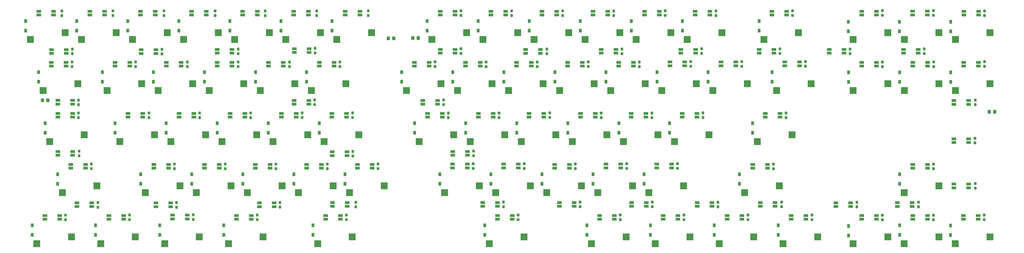
<source format=gbr>
G04 #@! TF.GenerationSoftware,KiCad,Pcbnew,(5.1.9)-1*
G04 #@! TF.CreationDate,2021-03-29T22:20:50-07:00*
G04 #@! TF.ProjectId,umiko,62616b65-6b75-46a6-9972-612e6b696361,0.3*
G04 #@! TF.SameCoordinates,Original*
G04 #@! TF.FileFunction,Paste,Bot*
G04 #@! TF.FilePolarity,Positive*
%FSLAX46Y46*%
G04 Gerber Fmt 4.6, Leading zero omitted, Abs format (unit mm)*
G04 Created by KiCad (PCBNEW (5.1.9)-1) date 2021-03-29 22:20:50*
%MOMM*%
%LPD*%
G01*
G04 APERTURE LIST*
%ADD10R,1.700000X1.000000*%
%ADD11R,2.550000X2.500000*%
%ADD12R,1.000000X1.400000*%
G04 APERTURE END LIST*
G36*
G01*
X189646000Y-50742001D02*
X189646000Y-49841999D01*
G75*
G02*
X189895999Y-49592000I249999J0D01*
G01*
X190596001Y-49592000D01*
G75*
G02*
X190846000Y-49841999I0J-249999D01*
G01*
X190846000Y-50742001D01*
G75*
G02*
X190596001Y-50992000I-249999J0D01*
G01*
X189895999Y-50992000D01*
G75*
G02*
X189646000Y-50742001I0J249999D01*
G01*
G37*
G36*
G01*
X187646000Y-50742001D02*
X187646000Y-49841999D01*
G75*
G02*
X187895999Y-49592000I249999J0D01*
G01*
X188596001Y-49592000D01*
G75*
G02*
X188846000Y-49841999I0J-249999D01*
G01*
X188846000Y-50742001D01*
G75*
G02*
X188596001Y-50992000I-249999J0D01*
G01*
X187895999Y-50992000D01*
G75*
G02*
X187646000Y-50742001I0J249999D01*
G01*
G37*
G36*
G01*
X180502000Y-50869001D02*
X180502000Y-49968999D01*
G75*
G02*
X180751999Y-49719000I249999J0D01*
G01*
X181452001Y-49719000D01*
G75*
G02*
X181702000Y-49968999I0J-249999D01*
G01*
X181702000Y-50869001D01*
G75*
G02*
X181452001Y-51119000I-249999J0D01*
G01*
X180751999Y-51119000D01*
G75*
G02*
X180502000Y-50869001I0J249999D01*
G01*
G37*
G36*
G01*
X178502000Y-50869001D02*
X178502000Y-49968999D01*
G75*
G02*
X178751999Y-49719000I249999J0D01*
G01*
X179452001Y-49719000D01*
G75*
G02*
X179702000Y-49968999I0J-249999D01*
G01*
X179702000Y-50869001D01*
G75*
G02*
X179452001Y-51119000I-249999J0D01*
G01*
X178751999Y-51119000D01*
G75*
G02*
X178502000Y-50869001I0J249999D01*
G01*
G37*
D10*
X149562000Y-54291000D03*
X149562000Y-55691000D03*
X144062000Y-54291000D03*
X144062000Y-55691000D03*
X120733000Y-54545000D03*
X120733000Y-55945000D03*
X115233000Y-54545000D03*
X115233000Y-55945000D03*
X235794000Y-54563000D03*
X235794000Y-55963000D03*
X230294000Y-54563000D03*
X230294000Y-55963000D03*
X68453000Y-111757000D03*
X68453000Y-113157000D03*
X62953000Y-111757000D03*
X62953000Y-113157000D03*
X58928000Y-54610000D03*
X58928000Y-56010000D03*
X53428000Y-54610000D03*
X53428000Y-56010000D03*
X395623500Y-73613000D03*
X395623500Y-75013000D03*
X390123500Y-73613000D03*
X390123500Y-75013000D03*
X374541500Y-111713000D03*
X374541500Y-113113000D03*
X369041500Y-111713000D03*
X369041500Y-113113000D03*
X351599500Y-111757000D03*
X351599500Y-113157000D03*
X346099500Y-111757000D03*
X346099500Y-113157000D03*
X395623500Y-104772000D03*
X395623500Y-106172000D03*
X390123500Y-104772000D03*
X390123500Y-106172000D03*
X395623500Y-87884000D03*
X395623500Y-89284000D03*
X390123500Y-87884000D03*
X390123500Y-89284000D03*
X323360500Y-111695000D03*
X323360500Y-113095000D03*
X317860500Y-111695000D03*
X317860500Y-113095000D03*
X136481000Y-111822000D03*
X136481000Y-113222000D03*
X130981000Y-111822000D03*
X130981000Y-113222000D03*
X349142500Y-54545000D03*
X349142500Y-55945000D03*
X343642500Y-54545000D03*
X343642500Y-55945000D03*
X163786000Y-111695000D03*
X163786000Y-113095000D03*
X158286000Y-111695000D03*
X158286000Y-113095000D03*
X208680500Y-92645000D03*
X208680500Y-94045000D03*
X203180500Y-92645000D03*
X203180500Y-94045000D03*
X293770500Y-54545000D03*
X293770500Y-55945000D03*
X288270500Y-54545000D03*
X288270500Y-55945000D03*
X264052500Y-54545000D03*
X264052500Y-55945000D03*
X258552500Y-54545000D03*
X258552500Y-55945000D03*
X203981500Y-54545000D03*
X203981500Y-55945000D03*
X198481500Y-54545000D03*
X198481500Y-55945000D03*
X97873000Y-111822000D03*
X97873000Y-113222000D03*
X92373000Y-111822000D03*
X92373000Y-113222000D03*
X299866500Y-111695000D03*
X299866500Y-113095000D03*
X294366500Y-111695000D03*
X294366500Y-113095000D03*
X275355500Y-111695000D03*
X275355500Y-113095000D03*
X269855500Y-111695000D03*
X269855500Y-113095000D03*
X61297000Y-73530000D03*
X61297000Y-74930000D03*
X55797000Y-73530000D03*
X55797000Y-74930000D03*
X197504500Y-73595000D03*
X197504500Y-74995000D03*
X192004500Y-73595000D03*
X192004500Y-74995000D03*
X163659000Y-92772000D03*
X163659000Y-94172000D03*
X158159000Y-92772000D03*
X158159000Y-94172000D03*
X61297000Y-92645000D03*
X61297000Y-94045000D03*
X55797000Y-92645000D03*
X55797000Y-94045000D03*
X248431500Y-111695000D03*
X248431500Y-113095000D03*
X242931500Y-111695000D03*
X242931500Y-113095000D03*
X219856500Y-111695000D03*
X219856500Y-113095000D03*
X214356500Y-111695000D03*
X214356500Y-113095000D03*
X376828500Y-54545000D03*
X376828500Y-55945000D03*
X371328500Y-54545000D03*
X371328500Y-55945000D03*
X149435000Y-73595000D03*
X149435000Y-74995000D03*
X143935000Y-73595000D03*
X143935000Y-74995000D03*
X92412000Y-54672000D03*
X92412000Y-56072000D03*
X86912000Y-54672000D03*
X86912000Y-56072000D03*
X322980500Y-54545000D03*
X322980500Y-55945000D03*
X317480500Y-54545000D03*
X317480500Y-55945000D03*
D11*
X140843000Y-50800000D03*
X153770000Y-48260000D03*
G36*
G01*
X238014500Y-55596500D02*
X238489500Y-55596500D01*
G75*
G02*
X238727000Y-55834000I0J-237500D01*
G01*
X238727000Y-56434000D01*
G75*
G02*
X238489500Y-56671500I-237500J0D01*
G01*
X238014500Y-56671500D01*
G75*
G02*
X237777000Y-56434000I0J237500D01*
G01*
X237777000Y-55834000D01*
G75*
G02*
X238014500Y-55596500I237500J0D01*
G01*
G37*
G36*
G01*
X238014500Y-53871500D02*
X238489500Y-53871500D01*
G75*
G02*
X238727000Y-54109000I0J-237500D01*
G01*
X238727000Y-54709000D01*
G75*
G02*
X238489500Y-54946500I-237500J0D01*
G01*
X238014500Y-54946500D01*
G75*
G02*
X237777000Y-54709000I0J237500D01*
G01*
X237777000Y-54109000D01*
G75*
G02*
X238014500Y-53871500I237500J0D01*
G01*
G37*
G36*
G01*
X138921500Y-112170500D02*
X138446500Y-112170500D01*
G75*
G02*
X138209000Y-111933000I0J237500D01*
G01*
X138209000Y-111333000D01*
G75*
G02*
X138446500Y-111095500I237500J0D01*
G01*
X138921500Y-111095500D01*
G75*
G02*
X139159000Y-111333000I0J-237500D01*
G01*
X139159000Y-111933000D01*
G75*
G02*
X138921500Y-112170500I-237500J0D01*
G01*
G37*
G36*
G01*
X138921500Y-113895500D02*
X138446500Y-113895500D01*
G75*
G02*
X138209000Y-113658000I0J237500D01*
G01*
X138209000Y-113058000D01*
G75*
G02*
X138446500Y-112820500I237500J0D01*
G01*
X138921500Y-112820500D01*
G75*
G02*
X139159000Y-113058000I0J-237500D01*
G01*
X139159000Y-113658000D01*
G75*
G02*
X138921500Y-113895500I-237500J0D01*
G01*
G37*
X312039000Y-107950000D03*
X324966000Y-105410000D03*
X152749250Y-127000000D03*
X165676250Y-124460000D03*
X216789000Y-127000000D03*
X229716000Y-124460000D03*
X316801500Y-88900000D03*
X329728500Y-86360000D03*
G36*
G01*
X70976500Y-112223500D02*
X70501500Y-112223500D01*
G75*
G02*
X70264000Y-111986000I0J237500D01*
G01*
X70264000Y-111386000D01*
G75*
G02*
X70501500Y-111148500I237500J0D01*
G01*
X70976500Y-111148500D01*
G75*
G02*
X71214000Y-111386000I0J-237500D01*
G01*
X71214000Y-111986000D01*
G75*
G02*
X70976500Y-112223500I-237500J0D01*
G01*
G37*
G36*
G01*
X70976500Y-113948500D02*
X70501500Y-113948500D01*
G75*
G02*
X70264000Y-113711000I0J237500D01*
G01*
X70264000Y-113111000D01*
G75*
G02*
X70501500Y-112873500I237500J0D01*
G01*
X70976500Y-112873500D01*
G75*
G02*
X71214000Y-113111000I0J-237500D01*
G01*
X71214000Y-113711000D01*
G75*
G02*
X70976500Y-113948500I-237500J0D01*
G01*
G37*
G36*
G01*
X61451500Y-54946500D02*
X60976500Y-54946500D01*
G75*
G02*
X60739000Y-54709000I0J237500D01*
G01*
X60739000Y-54109000D01*
G75*
G02*
X60976500Y-53871500I237500J0D01*
G01*
X61451500Y-53871500D01*
G75*
G02*
X61689000Y-54109000I0J-237500D01*
G01*
X61689000Y-54709000D01*
G75*
G02*
X61451500Y-54946500I-237500J0D01*
G01*
G37*
G36*
G01*
X61451500Y-56671500D02*
X60976500Y-56671500D01*
G75*
G02*
X60739000Y-56434000I0J237500D01*
G01*
X60739000Y-55834000D01*
G75*
G02*
X60976500Y-55596500I237500J0D01*
G01*
X61451500Y-55596500D01*
G75*
G02*
X61689000Y-55834000I0J-237500D01*
G01*
X61689000Y-56434000D01*
G75*
G02*
X61451500Y-56671500I-237500J0D01*
G01*
G37*
G36*
G01*
X398319000Y-73970000D02*
X397844000Y-73970000D01*
G75*
G02*
X397606500Y-73732500I0J237500D01*
G01*
X397606500Y-73132500D01*
G75*
G02*
X397844000Y-72895000I237500J0D01*
G01*
X398319000Y-72895000D01*
G75*
G02*
X398556500Y-73132500I0J-237500D01*
G01*
X398556500Y-73732500D01*
G75*
G02*
X398319000Y-73970000I-237500J0D01*
G01*
G37*
G36*
G01*
X398319000Y-75695000D02*
X397844000Y-75695000D01*
G75*
G02*
X397606500Y-75457500I0J237500D01*
G01*
X397606500Y-74857500D01*
G75*
G02*
X397844000Y-74620000I237500J0D01*
G01*
X398319000Y-74620000D01*
G75*
G02*
X398556500Y-74857500I0J-237500D01*
G01*
X398556500Y-75457500D01*
G75*
G02*
X398319000Y-75695000I-237500J0D01*
G01*
G37*
G36*
G01*
X376635000Y-112720000D02*
X377110000Y-112720000D01*
G75*
G02*
X377347500Y-112957500I0J-237500D01*
G01*
X377347500Y-113557500D01*
G75*
G02*
X377110000Y-113795000I-237500J0D01*
G01*
X376635000Y-113795000D01*
G75*
G02*
X376397500Y-113557500I0J237500D01*
G01*
X376397500Y-112957500D01*
G75*
G02*
X376635000Y-112720000I237500J0D01*
G01*
G37*
G36*
G01*
X376635000Y-110995000D02*
X377110000Y-110995000D01*
G75*
G02*
X377347500Y-111232500I0J-237500D01*
G01*
X377347500Y-111832500D01*
G75*
G02*
X377110000Y-112070000I-237500J0D01*
G01*
X376635000Y-112070000D01*
G75*
G02*
X376397500Y-111832500I0J237500D01*
G01*
X376397500Y-111232500D01*
G75*
G02*
X376635000Y-110995000I237500J0D01*
G01*
G37*
G36*
G01*
X353648000Y-112746500D02*
X354123000Y-112746500D01*
G75*
G02*
X354360500Y-112984000I0J-237500D01*
G01*
X354360500Y-113584000D01*
G75*
G02*
X354123000Y-113821500I-237500J0D01*
G01*
X353648000Y-113821500D01*
G75*
G02*
X353410500Y-113584000I0J237500D01*
G01*
X353410500Y-112984000D01*
G75*
G02*
X353648000Y-112746500I237500J0D01*
G01*
G37*
G36*
G01*
X353648000Y-111021500D02*
X354123000Y-111021500D01*
G75*
G02*
X354360500Y-111259000I0J-237500D01*
G01*
X354360500Y-111859000D01*
G75*
G02*
X354123000Y-112096500I-237500J0D01*
G01*
X353648000Y-112096500D01*
G75*
G02*
X353410500Y-111859000I0J237500D01*
G01*
X353410500Y-111259000D01*
G75*
G02*
X353648000Y-111021500I237500J0D01*
G01*
G37*
G36*
G01*
X398319000Y-105111500D02*
X397844000Y-105111500D01*
G75*
G02*
X397606500Y-104874000I0J237500D01*
G01*
X397606500Y-104274000D01*
G75*
G02*
X397844000Y-104036500I237500J0D01*
G01*
X398319000Y-104036500D01*
G75*
G02*
X398556500Y-104274000I0J-237500D01*
G01*
X398556500Y-104874000D01*
G75*
G02*
X398319000Y-105111500I-237500J0D01*
G01*
G37*
G36*
G01*
X398319000Y-106836500D02*
X397844000Y-106836500D01*
G75*
G02*
X397606500Y-106599000I0J237500D01*
G01*
X397606500Y-105999000D01*
G75*
G02*
X397844000Y-105761500I237500J0D01*
G01*
X398319000Y-105761500D01*
G75*
G02*
X398556500Y-105999000I0J-237500D01*
G01*
X398556500Y-106599000D01*
G75*
G02*
X398319000Y-106836500I-237500J0D01*
G01*
G37*
G36*
G01*
X398192000Y-88220500D02*
X397717000Y-88220500D01*
G75*
G02*
X397479500Y-87983000I0J237500D01*
G01*
X397479500Y-87383000D01*
G75*
G02*
X397717000Y-87145500I237500J0D01*
G01*
X398192000Y-87145500D01*
G75*
G02*
X398429500Y-87383000I0J-237500D01*
G01*
X398429500Y-87983000D01*
G75*
G02*
X398192000Y-88220500I-237500J0D01*
G01*
G37*
G36*
G01*
X398192000Y-89945500D02*
X397717000Y-89945500D01*
G75*
G02*
X397479500Y-89708000I0J237500D01*
G01*
X397479500Y-89108000D01*
G75*
G02*
X397717000Y-88870500I237500J0D01*
G01*
X398192000Y-88870500D01*
G75*
G02*
X398429500Y-89108000I0J-237500D01*
G01*
X398429500Y-89708000D01*
G75*
G02*
X398192000Y-89945500I-237500J0D01*
G01*
G37*
G36*
G01*
X326056000Y-112043500D02*
X325581000Y-112043500D01*
G75*
G02*
X325343500Y-111806000I0J237500D01*
G01*
X325343500Y-111206000D01*
G75*
G02*
X325581000Y-110968500I237500J0D01*
G01*
X326056000Y-110968500D01*
G75*
G02*
X326293500Y-111206000I0J-237500D01*
G01*
X326293500Y-111806000D01*
G75*
G02*
X326056000Y-112043500I-237500J0D01*
G01*
G37*
G36*
G01*
X326056000Y-113768500D02*
X325581000Y-113768500D01*
G75*
G02*
X325343500Y-113531000I0J237500D01*
G01*
X325343500Y-112931000D01*
G75*
G02*
X325581000Y-112693500I237500J0D01*
G01*
X326056000Y-112693500D01*
G75*
G02*
X326293500Y-112931000I0J-237500D01*
G01*
X326293500Y-113531000D01*
G75*
G02*
X326056000Y-113768500I-237500J0D01*
G01*
G37*
X126555500Y-107950000D03*
X139482500Y-105410000D03*
X52736750Y-88900000D03*
X65663750Y-86360000D03*
X50355500Y-69850000D03*
X63282500Y-67310000D03*
D12*
X388810500Y-123825000D03*
X388810500Y-120275000D03*
X369887500Y-123698000D03*
X369887500Y-120148000D03*
X350837500Y-123952000D03*
X350837500Y-120402000D03*
X369887500Y-104648000D03*
X369887500Y-101098000D03*
X388937500Y-66675000D03*
X388937500Y-63125000D03*
X369887500Y-66675000D03*
X369887500Y-63125000D03*
X350837500Y-66675000D03*
X350837500Y-63125000D03*
X388937500Y-47752000D03*
X388937500Y-44202000D03*
X369760500Y-47752000D03*
X369760500Y-44202000D03*
X350710500Y-47752000D03*
X350710500Y-44202000D03*
G36*
G01*
X363648000Y-116922500D02*
X363173000Y-116922500D01*
G75*
G02*
X362935500Y-116685000I0J237500D01*
G01*
X362935500Y-116085000D01*
G75*
G02*
X363173000Y-115847500I237500J0D01*
G01*
X363648000Y-115847500D01*
G75*
G02*
X363885500Y-116085000I0J-237500D01*
G01*
X363885500Y-116685000D01*
G75*
G02*
X363648000Y-116922500I-237500J0D01*
G01*
G37*
G36*
G01*
X363648000Y-118647500D02*
X363173000Y-118647500D01*
G75*
G02*
X362935500Y-118410000I0J237500D01*
G01*
X362935500Y-117810000D01*
G75*
G02*
X363173000Y-117572500I237500J0D01*
G01*
X363648000Y-117572500D01*
G75*
G02*
X363885500Y-117810000I0J-237500D01*
G01*
X363885500Y-118410000D01*
G75*
G02*
X363648000Y-118647500I-237500J0D01*
G01*
G37*
G36*
G01*
X382698000Y-97846000D02*
X382223000Y-97846000D01*
G75*
G02*
X381985500Y-97608500I0J237500D01*
G01*
X381985500Y-97008500D01*
G75*
G02*
X382223000Y-96771000I237500J0D01*
G01*
X382698000Y-96771000D01*
G75*
G02*
X382935500Y-97008500I0J-237500D01*
G01*
X382935500Y-97608500D01*
G75*
G02*
X382698000Y-97846000I-237500J0D01*
G01*
G37*
G36*
G01*
X382698000Y-99571000D02*
X382223000Y-99571000D01*
G75*
G02*
X381985500Y-99333500I0J237500D01*
G01*
X381985500Y-98733500D01*
G75*
G02*
X382223000Y-98496000I237500J0D01*
G01*
X382698000Y-98496000D01*
G75*
G02*
X382935500Y-98733500I0J-237500D01*
G01*
X382935500Y-99333500D01*
G75*
G02*
X382698000Y-99571000I-237500J0D01*
G01*
G37*
G36*
G01*
X401748000Y-59645500D02*
X401273000Y-59645500D01*
G75*
G02*
X401035500Y-59408000I0J237500D01*
G01*
X401035500Y-58808000D01*
G75*
G02*
X401273000Y-58570500I237500J0D01*
G01*
X401748000Y-58570500D01*
G75*
G02*
X401985500Y-58808000I0J-237500D01*
G01*
X401985500Y-59408000D01*
G75*
G02*
X401748000Y-59645500I-237500J0D01*
G01*
G37*
G36*
G01*
X401748000Y-61370500D02*
X401273000Y-61370500D01*
G75*
G02*
X401035500Y-61133000I0J237500D01*
G01*
X401035500Y-60533000D01*
G75*
G02*
X401273000Y-60295500I237500J0D01*
G01*
X401748000Y-60295500D01*
G75*
G02*
X401985500Y-60533000I0J-237500D01*
G01*
X401985500Y-61133000D01*
G75*
G02*
X401748000Y-61370500I-237500J0D01*
G01*
G37*
G36*
G01*
X382825000Y-59746000D02*
X382350000Y-59746000D01*
G75*
G02*
X382112500Y-59508500I0J237500D01*
G01*
X382112500Y-58908500D01*
G75*
G02*
X382350000Y-58671000I237500J0D01*
G01*
X382825000Y-58671000D01*
G75*
G02*
X383062500Y-58908500I0J-237500D01*
G01*
X383062500Y-59508500D01*
G75*
G02*
X382825000Y-59746000I-237500J0D01*
G01*
G37*
G36*
G01*
X382825000Y-61471000D02*
X382350000Y-61471000D01*
G75*
G02*
X382112500Y-61233500I0J237500D01*
G01*
X382112500Y-60633500D01*
G75*
G02*
X382350000Y-60396000I237500J0D01*
G01*
X382825000Y-60396000D01*
G75*
G02*
X383062500Y-60633500I0J-237500D01*
G01*
X383062500Y-61233500D01*
G75*
G02*
X382825000Y-61471000I-237500J0D01*
G01*
G37*
G36*
G01*
X363648000Y-59772500D02*
X363173000Y-59772500D01*
G75*
G02*
X362935500Y-59535000I0J237500D01*
G01*
X362935500Y-58935000D01*
G75*
G02*
X363173000Y-58697500I237500J0D01*
G01*
X363648000Y-58697500D01*
G75*
G02*
X363885500Y-58935000I0J-237500D01*
G01*
X363885500Y-59535000D01*
G75*
G02*
X363648000Y-59772500I-237500J0D01*
G01*
G37*
G36*
G01*
X363648000Y-61497500D02*
X363173000Y-61497500D01*
G75*
G02*
X362935500Y-61260000I0J237500D01*
G01*
X362935500Y-60660000D01*
G75*
G02*
X363173000Y-60422500I237500J0D01*
G01*
X363648000Y-60422500D01*
G75*
G02*
X363885500Y-60660000I0J-237500D01*
G01*
X363885500Y-61260000D01*
G75*
G02*
X363648000Y-61497500I-237500J0D01*
G01*
G37*
G36*
G01*
X401748000Y-40722500D02*
X401273000Y-40722500D01*
G75*
G02*
X401035500Y-40485000I0J237500D01*
G01*
X401035500Y-39885000D01*
G75*
G02*
X401273000Y-39647500I237500J0D01*
G01*
X401748000Y-39647500D01*
G75*
G02*
X401985500Y-39885000I0J-237500D01*
G01*
X401985500Y-40485000D01*
G75*
G02*
X401748000Y-40722500I-237500J0D01*
G01*
G37*
G36*
G01*
X401748000Y-42447500D02*
X401273000Y-42447500D01*
G75*
G02*
X401035500Y-42210000I0J237500D01*
G01*
X401035500Y-41610000D01*
G75*
G02*
X401273000Y-41372500I237500J0D01*
G01*
X401748000Y-41372500D01*
G75*
G02*
X401985500Y-41610000I0J-237500D01*
G01*
X401985500Y-42210000D01*
G75*
G02*
X401748000Y-42447500I-237500J0D01*
G01*
G37*
G36*
G01*
X382698000Y-40595500D02*
X382223000Y-40595500D01*
G75*
G02*
X381985500Y-40358000I0J237500D01*
G01*
X381985500Y-39758000D01*
G75*
G02*
X382223000Y-39520500I237500J0D01*
G01*
X382698000Y-39520500D01*
G75*
G02*
X382935500Y-39758000I0J-237500D01*
G01*
X382935500Y-40358000D01*
G75*
G02*
X382698000Y-40595500I-237500J0D01*
G01*
G37*
G36*
G01*
X382698000Y-42320500D02*
X382223000Y-42320500D01*
G75*
G02*
X381985500Y-42083000I0J237500D01*
G01*
X381985500Y-41483000D01*
G75*
G02*
X382223000Y-41245500I237500J0D01*
G01*
X382698000Y-41245500D01*
G75*
G02*
X382935500Y-41483000I0J-237500D01*
G01*
X382935500Y-42083000D01*
G75*
G02*
X382698000Y-42320500I-237500J0D01*
G01*
G37*
G36*
G01*
X363648000Y-40595500D02*
X363173000Y-40595500D01*
G75*
G02*
X362935500Y-40358000I0J237500D01*
G01*
X362935500Y-39758000D01*
G75*
G02*
X363173000Y-39520500I237500J0D01*
G01*
X363648000Y-39520500D01*
G75*
G02*
X363885500Y-39758000I0J-237500D01*
G01*
X363885500Y-40358000D01*
G75*
G02*
X363648000Y-40595500I-237500J0D01*
G01*
G37*
G36*
G01*
X363648000Y-42320500D02*
X363173000Y-42320500D01*
G75*
G02*
X362935500Y-42083000I0J237500D01*
G01*
X362935500Y-41483000D01*
G75*
G02*
X363173000Y-41245500I237500J0D01*
G01*
X363648000Y-41245500D01*
G75*
G02*
X363885500Y-41483000I0J-237500D01*
G01*
X363885500Y-42083000D01*
G75*
G02*
X363648000Y-42320500I-237500J0D01*
G01*
G37*
D10*
X399180500Y-116521000D03*
X399180500Y-117921000D03*
X393680500Y-116521000D03*
X393680500Y-117921000D03*
X380257500Y-116521000D03*
X380257500Y-117921000D03*
X374757500Y-116521000D03*
X374757500Y-117921000D03*
X361207500Y-116521000D03*
X361207500Y-117921000D03*
X355707500Y-116521000D03*
X355707500Y-117921000D03*
X380257500Y-97471000D03*
X380257500Y-98871000D03*
X374757500Y-97471000D03*
X374757500Y-98871000D03*
X399263500Y-59371000D03*
X399263500Y-60771000D03*
X393763500Y-59371000D03*
X393763500Y-60771000D03*
X380257500Y-59371000D03*
X380257500Y-60771000D03*
X374757500Y-59371000D03*
X374757500Y-60771000D03*
X361207500Y-59371000D03*
X361207500Y-60771000D03*
X355707500Y-59371000D03*
X355707500Y-60771000D03*
X399307500Y-40321000D03*
X399307500Y-41721000D03*
X393807500Y-40321000D03*
X393807500Y-41721000D03*
X380174500Y-40256000D03*
X380174500Y-41656000D03*
X374674500Y-40256000D03*
X374674500Y-41656000D03*
X361207500Y-40321000D03*
X361207500Y-41721000D03*
X355707500Y-40321000D03*
X355707500Y-41721000D03*
D11*
X390588500Y-127000000D03*
X403515500Y-124460000D03*
X371538500Y-127000000D03*
X384465500Y-124460000D03*
X352519500Y-127000000D03*
X365446500Y-124460000D03*
X371538500Y-107950000D03*
X384465500Y-105410000D03*
X390652000Y-69850000D03*
X403579000Y-67310000D03*
X371602000Y-69850000D03*
X384529000Y-67310000D03*
X352519500Y-69850000D03*
X365446500Y-67310000D03*
X390652000Y-50800000D03*
X403579000Y-48260000D03*
X371602000Y-50800000D03*
X384529000Y-48260000D03*
X352519500Y-50800000D03*
X365446500Y-48260000D03*
G36*
G01*
X401621000Y-116869500D02*
X401146000Y-116869500D01*
G75*
G02*
X400908500Y-116632000I0J237500D01*
G01*
X400908500Y-116032000D01*
G75*
G02*
X401146000Y-115794500I237500J0D01*
G01*
X401621000Y-115794500D01*
G75*
G02*
X401858500Y-116032000I0J-237500D01*
G01*
X401858500Y-116632000D01*
G75*
G02*
X401621000Y-116869500I-237500J0D01*
G01*
G37*
G36*
G01*
X401621000Y-118594500D02*
X401146000Y-118594500D01*
G75*
G02*
X400908500Y-118357000I0J237500D01*
G01*
X400908500Y-117757000D01*
G75*
G02*
X401146000Y-117519500I237500J0D01*
G01*
X401621000Y-117519500D01*
G75*
G02*
X401858500Y-117757000I0J-237500D01*
G01*
X401858500Y-118357000D01*
G75*
G02*
X401621000Y-118594500I-237500J0D01*
G01*
G37*
G36*
G01*
X382698000Y-116922500D02*
X382223000Y-116922500D01*
G75*
G02*
X381985500Y-116685000I0J237500D01*
G01*
X381985500Y-116085000D01*
G75*
G02*
X382223000Y-115847500I237500J0D01*
G01*
X382698000Y-115847500D01*
G75*
G02*
X382935500Y-116085000I0J-237500D01*
G01*
X382935500Y-116685000D01*
G75*
G02*
X382698000Y-116922500I-237500J0D01*
G01*
G37*
G36*
G01*
X382698000Y-118647500D02*
X382223000Y-118647500D01*
G75*
G02*
X381985500Y-118410000I0J237500D01*
G01*
X381985500Y-117810000D01*
G75*
G02*
X382223000Y-117572500I237500J0D01*
G01*
X382698000Y-117572500D01*
G75*
G02*
X382935500Y-117810000I0J-237500D01*
G01*
X382935500Y-118410000D01*
G75*
G02*
X382698000Y-118647500I-237500J0D01*
G01*
G37*
X117030500Y-88900000D03*
X129957500Y-86360000D03*
X57499250Y-107950000D03*
X70426250Y-105410000D03*
X45593000Y-50800000D03*
X58520000Y-48260000D03*
X278701500Y-127000000D03*
X291628500Y-124460000D03*
X266795250Y-88900000D03*
X279722250Y-86360000D03*
X195357750Y-50800000D03*
X208284750Y-48260000D03*
X319182750Y-50800000D03*
X332109750Y-48260000D03*
G36*
G01*
X205947000Y-55469500D02*
X206422000Y-55469500D01*
G75*
G02*
X206659500Y-55707000I0J-237500D01*
G01*
X206659500Y-56307000D01*
G75*
G02*
X206422000Y-56544500I-237500J0D01*
G01*
X205947000Y-56544500D01*
G75*
G02*
X205709500Y-56307000I0J237500D01*
G01*
X205709500Y-55707000D01*
G75*
G02*
X205947000Y-55469500I237500J0D01*
G01*
G37*
G36*
G01*
X205947000Y-53744500D02*
X206422000Y-53744500D01*
G75*
G02*
X206659500Y-53982000I0J-237500D01*
G01*
X206659500Y-54582000D01*
G75*
G02*
X206422000Y-54819500I-237500J0D01*
G01*
X205947000Y-54819500D01*
G75*
G02*
X205709500Y-54582000I0J237500D01*
G01*
X205709500Y-53982000D01*
G75*
G02*
X205947000Y-53744500I237500J0D01*
G01*
G37*
G36*
G01*
X137397500Y-97846000D02*
X136922500Y-97846000D01*
G75*
G02*
X136685000Y-97608500I0J237500D01*
G01*
X136685000Y-97008500D01*
G75*
G02*
X136922500Y-96771000I237500J0D01*
G01*
X137397500Y-96771000D01*
G75*
G02*
X137635000Y-97008500I0J-237500D01*
G01*
X137635000Y-97608500D01*
G75*
G02*
X137397500Y-97846000I-237500J0D01*
G01*
G37*
G36*
G01*
X137397500Y-99571000D02*
X136922500Y-99571000D01*
G75*
G02*
X136685000Y-99333500I0J237500D01*
G01*
X136685000Y-98733500D01*
G75*
G02*
X136922500Y-98496000I237500J0D01*
G01*
X137397500Y-98496000D01*
G75*
G02*
X137635000Y-98733500I0J-237500D01*
G01*
X137635000Y-99333500D01*
G75*
G02*
X137397500Y-99571000I-237500J0D01*
G01*
G37*
G36*
G01*
X127999500Y-78796000D02*
X127524500Y-78796000D01*
G75*
G02*
X127287000Y-78558500I0J237500D01*
G01*
X127287000Y-77958500D01*
G75*
G02*
X127524500Y-77721000I237500J0D01*
G01*
X127999500Y-77721000D01*
G75*
G02*
X128237000Y-77958500I0J-237500D01*
G01*
X128237000Y-78558500D01*
G75*
G02*
X127999500Y-78796000I-237500J0D01*
G01*
G37*
G36*
G01*
X127999500Y-80521000D02*
X127524500Y-80521000D01*
G75*
G02*
X127287000Y-80283500I0J237500D01*
G01*
X127287000Y-79683500D01*
G75*
G02*
X127524500Y-79446000I237500J0D01*
G01*
X127999500Y-79446000D01*
G75*
G02*
X128237000Y-79683500I0J-237500D01*
G01*
X128237000Y-80283500D01*
G75*
G02*
X127999500Y-80521000I-237500J0D01*
G01*
G37*
G36*
G01*
X311197000Y-59645500D02*
X310722000Y-59645500D01*
G75*
G02*
X310484500Y-59408000I0J237500D01*
G01*
X310484500Y-58808000D01*
G75*
G02*
X310722000Y-58570500I237500J0D01*
G01*
X311197000Y-58570500D01*
G75*
G02*
X311434500Y-58808000I0J-237500D01*
G01*
X311434500Y-59408000D01*
G75*
G02*
X311197000Y-59645500I-237500J0D01*
G01*
G37*
G36*
G01*
X311197000Y-61370500D02*
X310722000Y-61370500D01*
G75*
G02*
X310484500Y-61133000I0J237500D01*
G01*
X310484500Y-60533000D01*
G75*
G02*
X310722000Y-60295500I237500J0D01*
G01*
X311197000Y-60295500D01*
G75*
G02*
X311434500Y-60533000I0J-237500D01*
G01*
X311434500Y-61133000D01*
G75*
G02*
X311197000Y-61370500I-237500J0D01*
G01*
G37*
G36*
G01*
X106536500Y-116795500D02*
X106061500Y-116795500D01*
G75*
G02*
X105824000Y-116558000I0J237500D01*
G01*
X105824000Y-115958000D01*
G75*
G02*
X106061500Y-115720500I237500J0D01*
G01*
X106536500Y-115720500D01*
G75*
G02*
X106774000Y-115958000I0J-237500D01*
G01*
X106774000Y-116558000D01*
G75*
G02*
X106536500Y-116795500I-237500J0D01*
G01*
G37*
G36*
G01*
X106536500Y-118520500D02*
X106061500Y-118520500D01*
G75*
G02*
X105824000Y-118283000I0J237500D01*
G01*
X105824000Y-117683000D01*
G75*
G02*
X106061500Y-117445500I237500J0D01*
G01*
X106536500Y-117445500D01*
G75*
G02*
X106774000Y-117683000I0J-237500D01*
G01*
X106774000Y-118283000D01*
G75*
G02*
X106536500Y-118520500I-237500J0D01*
G01*
G37*
G36*
G01*
X163686500Y-116869500D02*
X163211500Y-116869500D01*
G75*
G02*
X162974000Y-116632000I0J237500D01*
G01*
X162974000Y-116032000D01*
G75*
G02*
X163211500Y-115794500I237500J0D01*
G01*
X163686500Y-115794500D01*
G75*
G02*
X163924000Y-116032000I0J-237500D01*
G01*
X163924000Y-116632000D01*
G75*
G02*
X163686500Y-116869500I-237500J0D01*
G01*
G37*
G36*
G01*
X163686500Y-118594500D02*
X163211500Y-118594500D01*
G75*
G02*
X162974000Y-118357000I0J237500D01*
G01*
X162974000Y-117757000D01*
G75*
G02*
X163211500Y-117519500I237500J0D01*
G01*
X163686500Y-117519500D01*
G75*
G02*
X163924000Y-117757000I0J-237500D01*
G01*
X163924000Y-118357000D01*
G75*
G02*
X163686500Y-118594500I-237500J0D01*
G01*
G37*
G36*
G01*
X130412500Y-116869500D02*
X129937500Y-116869500D01*
G75*
G02*
X129700000Y-116632000I0J237500D01*
G01*
X129700000Y-116032000D01*
G75*
G02*
X129937500Y-115794500I237500J0D01*
G01*
X130412500Y-115794500D01*
G75*
G02*
X130650000Y-116032000I0J-237500D01*
G01*
X130650000Y-116632000D01*
G75*
G02*
X130412500Y-116869500I-237500J0D01*
G01*
G37*
G36*
G01*
X130412500Y-118594500D02*
X129937500Y-118594500D01*
G75*
G02*
X129700000Y-118357000I0J237500D01*
G01*
X129700000Y-117757000D01*
G75*
G02*
X129937500Y-117519500I237500J0D01*
G01*
X130412500Y-117519500D01*
G75*
G02*
X130650000Y-117757000I0J-237500D01*
G01*
X130650000Y-118357000D01*
G75*
G02*
X130412500Y-118594500I-237500J0D01*
G01*
G37*
G36*
G01*
X82787500Y-116869500D02*
X82312500Y-116869500D01*
G75*
G02*
X82075000Y-116632000I0J237500D01*
G01*
X82075000Y-116032000D01*
G75*
G02*
X82312500Y-115794500I237500J0D01*
G01*
X82787500Y-115794500D01*
G75*
G02*
X83025000Y-116032000I0J-237500D01*
G01*
X83025000Y-116632000D01*
G75*
G02*
X82787500Y-116869500I-237500J0D01*
G01*
G37*
G36*
G01*
X82787500Y-118594500D02*
X82312500Y-118594500D01*
G75*
G02*
X82075000Y-118357000I0J237500D01*
G01*
X82075000Y-117757000D01*
G75*
G02*
X82312500Y-117519500I237500J0D01*
G01*
X82787500Y-117519500D01*
G75*
G02*
X83025000Y-117757000I0J-237500D01*
G01*
X83025000Y-118357000D01*
G75*
G02*
X82787500Y-118594500I-237500J0D01*
G01*
G37*
G36*
G01*
X227758000Y-116869500D02*
X227283000Y-116869500D01*
G75*
G02*
X227045500Y-116632000I0J237500D01*
G01*
X227045500Y-116032000D01*
G75*
G02*
X227283000Y-115794500I237500J0D01*
G01*
X227758000Y-115794500D01*
G75*
G02*
X227995500Y-116032000I0J-237500D01*
G01*
X227995500Y-116632000D01*
G75*
G02*
X227758000Y-116869500I-237500J0D01*
G01*
G37*
G36*
G01*
X227758000Y-118594500D02*
X227283000Y-118594500D01*
G75*
G02*
X227045500Y-118357000I0J237500D01*
G01*
X227045500Y-117757000D01*
G75*
G02*
X227283000Y-117519500I237500J0D01*
G01*
X227758000Y-117519500D01*
G75*
G02*
X227995500Y-117757000I0J-237500D01*
G01*
X227995500Y-118357000D01*
G75*
G02*
X227758000Y-118594500I-237500J0D01*
G01*
G37*
G36*
G01*
X118474500Y-97846000D02*
X117999500Y-97846000D01*
G75*
G02*
X117762000Y-97608500I0J237500D01*
G01*
X117762000Y-97008500D01*
G75*
G02*
X117999500Y-96771000I237500J0D01*
G01*
X118474500Y-96771000D01*
G75*
G02*
X118712000Y-97008500I0J-237500D01*
G01*
X118712000Y-97608500D01*
G75*
G02*
X118474500Y-97846000I-237500J0D01*
G01*
G37*
G36*
G01*
X118474500Y-99571000D02*
X117999500Y-99571000D01*
G75*
G02*
X117762000Y-99333500I0J237500D01*
G01*
X117762000Y-98733500D01*
G75*
G02*
X117999500Y-98496000I237500J0D01*
G01*
X118474500Y-98496000D01*
G75*
G02*
X118712000Y-98733500I0J-237500D01*
G01*
X118712000Y-99333500D01*
G75*
G02*
X118474500Y-99571000I-237500J0D01*
G01*
G37*
G36*
G01*
X156574500Y-97846000D02*
X156099500Y-97846000D01*
G75*
G02*
X155862000Y-97608500I0J237500D01*
G01*
X155862000Y-97008500D01*
G75*
G02*
X156099500Y-96771000I237500J0D01*
G01*
X156574500Y-96771000D01*
G75*
G02*
X156812000Y-97008500I0J-237500D01*
G01*
X156812000Y-97608500D01*
G75*
G02*
X156574500Y-97846000I-237500J0D01*
G01*
G37*
G36*
G01*
X156574500Y-99571000D02*
X156099500Y-99571000D01*
G75*
G02*
X155862000Y-99333500I0J237500D01*
G01*
X155862000Y-98733500D01*
G75*
G02*
X156099500Y-98496000I237500J0D01*
G01*
X156574500Y-98496000D01*
G75*
G02*
X156812000Y-98733500I0J-237500D01*
G01*
X156812000Y-99333500D01*
G75*
G02*
X156574500Y-99571000I-237500J0D01*
G01*
G37*
G36*
G01*
X287194000Y-97719000D02*
X286719000Y-97719000D01*
G75*
G02*
X286481500Y-97481500I0J237500D01*
G01*
X286481500Y-96881500D01*
G75*
G02*
X286719000Y-96644000I237500J0D01*
G01*
X287194000Y-96644000D01*
G75*
G02*
X287431500Y-96881500I0J-237500D01*
G01*
X287431500Y-97481500D01*
G75*
G02*
X287194000Y-97719000I-237500J0D01*
G01*
G37*
G36*
G01*
X287194000Y-99444000D02*
X286719000Y-99444000D01*
G75*
G02*
X286481500Y-99206500I0J237500D01*
G01*
X286481500Y-98606500D01*
G75*
G02*
X286719000Y-98369000I237500J0D01*
G01*
X287194000Y-98369000D01*
G75*
G02*
X287431500Y-98606500I0J-237500D01*
G01*
X287431500Y-99206500D01*
G75*
G02*
X287194000Y-99444000I-237500J0D01*
G01*
G37*
G36*
G01*
X249094000Y-97819500D02*
X248619000Y-97819500D01*
G75*
G02*
X248381500Y-97582000I0J237500D01*
G01*
X248381500Y-96982000D01*
G75*
G02*
X248619000Y-96744500I237500J0D01*
G01*
X249094000Y-96744500D01*
G75*
G02*
X249331500Y-96982000I0J-237500D01*
G01*
X249331500Y-97582000D01*
G75*
G02*
X249094000Y-97819500I-237500J0D01*
G01*
G37*
G36*
G01*
X249094000Y-99544500D02*
X248619000Y-99544500D01*
G75*
G02*
X248381500Y-99307000I0J237500D01*
G01*
X248381500Y-98707000D01*
G75*
G02*
X248619000Y-98469500I237500J0D01*
G01*
X249094000Y-98469500D01*
G75*
G02*
X249331500Y-98707000I0J-237500D01*
G01*
X249331500Y-99307000D01*
G75*
G02*
X249094000Y-99544500I-237500J0D01*
G01*
G37*
G36*
G01*
X210994000Y-97745500D02*
X210519000Y-97745500D01*
G75*
G02*
X210281500Y-97508000I0J237500D01*
G01*
X210281500Y-96908000D01*
G75*
G02*
X210519000Y-96670500I237500J0D01*
G01*
X210994000Y-96670500D01*
G75*
G02*
X211231500Y-96908000I0J-237500D01*
G01*
X211231500Y-97508000D01*
G75*
G02*
X210994000Y-97745500I-237500J0D01*
G01*
G37*
G36*
G01*
X210994000Y-99470500D02*
X210519000Y-99470500D01*
G75*
G02*
X210281500Y-99233000I0J237500D01*
G01*
X210281500Y-98633000D01*
G75*
G02*
X210519000Y-98395500I237500J0D01*
G01*
X210994000Y-98395500D01*
G75*
G02*
X211231500Y-98633000I0J-237500D01*
G01*
X211231500Y-99233000D01*
G75*
G02*
X210994000Y-99470500I-237500J0D01*
G01*
G37*
G36*
G01*
X147176500Y-78769500D02*
X146701500Y-78769500D01*
G75*
G02*
X146464000Y-78532000I0J237500D01*
G01*
X146464000Y-77932000D01*
G75*
G02*
X146701500Y-77694500I237500J0D01*
G01*
X147176500Y-77694500D01*
G75*
G02*
X147414000Y-77932000I0J-237500D01*
G01*
X147414000Y-78532000D01*
G75*
G02*
X147176500Y-78769500I-237500J0D01*
G01*
G37*
G36*
G01*
X147176500Y-80494500D02*
X146701500Y-80494500D01*
G75*
G02*
X146464000Y-80257000I0J237500D01*
G01*
X146464000Y-79657000D01*
G75*
G02*
X146701500Y-79419500I237500J0D01*
G01*
X147176500Y-79419500D01*
G75*
G02*
X147414000Y-79657000I0J-237500D01*
G01*
X147414000Y-80257000D01*
G75*
G02*
X147176500Y-80494500I-237500J0D01*
G01*
G37*
G36*
G01*
X108949500Y-78796000D02*
X108474500Y-78796000D01*
G75*
G02*
X108237000Y-78558500I0J237500D01*
G01*
X108237000Y-77958500D01*
G75*
G02*
X108474500Y-77721000I237500J0D01*
G01*
X108949500Y-77721000D01*
G75*
G02*
X109187000Y-77958500I0J-237500D01*
G01*
X109187000Y-78558500D01*
G75*
G02*
X108949500Y-78796000I-237500J0D01*
G01*
G37*
G36*
G01*
X108949500Y-80521000D02*
X108474500Y-80521000D01*
G75*
G02*
X108237000Y-80283500I0J237500D01*
G01*
X108237000Y-79683500D01*
G75*
G02*
X108474500Y-79446000I237500J0D01*
G01*
X108949500Y-79446000D01*
G75*
G02*
X109187000Y-79683500I0J-237500D01*
G01*
X109187000Y-80283500D01*
G75*
G02*
X108949500Y-80521000I-237500J0D01*
G01*
G37*
G36*
G01*
X63737500Y-78796000D02*
X63262500Y-78796000D01*
G75*
G02*
X63025000Y-78558500I0J237500D01*
G01*
X63025000Y-77958500D01*
G75*
G02*
X63262500Y-77721000I237500J0D01*
G01*
X63737500Y-77721000D01*
G75*
G02*
X63975000Y-77958500I0J-237500D01*
G01*
X63975000Y-78558500D01*
G75*
G02*
X63737500Y-78796000I-237500J0D01*
G01*
G37*
G36*
G01*
X63737500Y-80521000D02*
X63262500Y-80521000D01*
G75*
G02*
X63025000Y-80283500I0J237500D01*
G01*
X63025000Y-79683500D01*
G75*
G02*
X63262500Y-79446000I237500J0D01*
G01*
X63737500Y-79446000D01*
G75*
G02*
X63975000Y-79683500I0J-237500D01*
G01*
X63975000Y-80283500D01*
G75*
G02*
X63737500Y-80521000I-237500J0D01*
G01*
G37*
G36*
G01*
X277669000Y-78822500D02*
X277194000Y-78822500D01*
G75*
G02*
X276956500Y-78585000I0J237500D01*
G01*
X276956500Y-77985000D01*
G75*
G02*
X277194000Y-77747500I237500J0D01*
G01*
X277669000Y-77747500D01*
G75*
G02*
X277906500Y-77985000I0J-237500D01*
G01*
X277906500Y-78585000D01*
G75*
G02*
X277669000Y-78822500I-237500J0D01*
G01*
G37*
G36*
G01*
X277669000Y-80547500D02*
X277194000Y-80547500D01*
G75*
G02*
X276956500Y-80310000I0J237500D01*
G01*
X276956500Y-79710000D01*
G75*
G02*
X277194000Y-79472500I237500J0D01*
G01*
X277669000Y-79472500D01*
G75*
G02*
X277906500Y-79710000I0J-237500D01*
G01*
X277906500Y-80310000D01*
G75*
G02*
X277669000Y-80547500I-237500J0D01*
G01*
G37*
G36*
G01*
X258746000Y-78822500D02*
X258271000Y-78822500D01*
G75*
G02*
X258033500Y-78585000I0J237500D01*
G01*
X258033500Y-77985000D01*
G75*
G02*
X258271000Y-77747500I237500J0D01*
G01*
X258746000Y-77747500D01*
G75*
G02*
X258983500Y-77985000I0J-237500D01*
G01*
X258983500Y-78585000D01*
G75*
G02*
X258746000Y-78822500I-237500J0D01*
G01*
G37*
G36*
G01*
X258746000Y-80547500D02*
X258271000Y-80547500D01*
G75*
G02*
X258033500Y-80310000I0J237500D01*
G01*
X258033500Y-79710000D01*
G75*
G02*
X258271000Y-79472500I237500J0D01*
G01*
X258746000Y-79472500D01*
G75*
G02*
X258983500Y-79710000I0J-237500D01*
G01*
X258983500Y-80310000D01*
G75*
G02*
X258746000Y-80547500I-237500J0D01*
G01*
G37*
G36*
G01*
X239569000Y-78769500D02*
X239094000Y-78769500D01*
G75*
G02*
X238856500Y-78532000I0J237500D01*
G01*
X238856500Y-77932000D01*
G75*
G02*
X239094000Y-77694500I237500J0D01*
G01*
X239569000Y-77694500D01*
G75*
G02*
X239806500Y-77932000I0J-237500D01*
G01*
X239806500Y-78532000D01*
G75*
G02*
X239569000Y-78769500I-237500J0D01*
G01*
G37*
G36*
G01*
X239569000Y-80494500D02*
X239094000Y-80494500D01*
G75*
G02*
X238856500Y-80257000I0J237500D01*
G01*
X238856500Y-79657000D01*
G75*
G02*
X239094000Y-79419500I237500J0D01*
G01*
X239569000Y-79419500D01*
G75*
G02*
X239806500Y-79657000I0J-237500D01*
G01*
X239806500Y-80257000D01*
G75*
G02*
X239569000Y-80494500I-237500J0D01*
G01*
G37*
G36*
G01*
X201723000Y-78822500D02*
X201248000Y-78822500D01*
G75*
G02*
X201010500Y-78585000I0J237500D01*
G01*
X201010500Y-77985000D01*
G75*
G02*
X201248000Y-77747500I237500J0D01*
G01*
X201723000Y-77747500D01*
G75*
G02*
X201960500Y-77985000I0J-237500D01*
G01*
X201960500Y-78585000D01*
G75*
G02*
X201723000Y-78822500I-237500J0D01*
G01*
G37*
G36*
G01*
X201723000Y-80547500D02*
X201248000Y-80547500D01*
G75*
G02*
X201010500Y-80310000I0J237500D01*
G01*
X201010500Y-79710000D01*
G75*
G02*
X201248000Y-79472500I237500J0D01*
G01*
X201723000Y-79472500D01*
G75*
G02*
X201960500Y-79710000I0J-237500D01*
G01*
X201960500Y-80310000D01*
G75*
G02*
X201723000Y-80547500I-237500J0D01*
G01*
G37*
G36*
G01*
X142477500Y-59772500D02*
X142002500Y-59772500D01*
G75*
G02*
X141765000Y-59535000I0J237500D01*
G01*
X141765000Y-58935000D01*
G75*
G02*
X142002500Y-58697500I237500J0D01*
G01*
X142477500Y-58697500D01*
G75*
G02*
X142715000Y-58935000I0J-237500D01*
G01*
X142715000Y-59535000D01*
G75*
G02*
X142477500Y-59772500I-237500J0D01*
G01*
G37*
G36*
G01*
X142477500Y-61497500D02*
X142002500Y-61497500D01*
G75*
G02*
X141765000Y-61260000I0J237500D01*
G01*
X141765000Y-60660000D01*
G75*
G02*
X142002500Y-60422500I237500J0D01*
G01*
X142477500Y-60422500D01*
G75*
G02*
X142715000Y-60660000I0J-237500D01*
G01*
X142715000Y-61260000D01*
G75*
G02*
X142477500Y-61497500I-237500J0D01*
G01*
G37*
G36*
G01*
X161273500Y-59746000D02*
X160798500Y-59746000D01*
G75*
G02*
X160561000Y-59508500I0J237500D01*
G01*
X160561000Y-58908500D01*
G75*
G02*
X160798500Y-58671000I237500J0D01*
G01*
X161273500Y-58671000D01*
G75*
G02*
X161511000Y-58908500I0J-237500D01*
G01*
X161511000Y-59508500D01*
G75*
G02*
X161273500Y-59746000I-237500J0D01*
G01*
G37*
G36*
G01*
X161273500Y-61471000D02*
X160798500Y-61471000D01*
G75*
G02*
X160561000Y-61233500I0J237500D01*
G01*
X160561000Y-60633500D01*
G75*
G02*
X160798500Y-60396000I237500J0D01*
G01*
X161273500Y-60396000D01*
G75*
G02*
X161511000Y-60633500I0J-237500D01*
G01*
X161511000Y-61233500D01*
G75*
G02*
X161273500Y-61471000I-237500J0D01*
G01*
G37*
G36*
G01*
X292147000Y-59619000D02*
X291672000Y-59619000D01*
G75*
G02*
X291434500Y-59381500I0J237500D01*
G01*
X291434500Y-58781500D01*
G75*
G02*
X291672000Y-58544000I237500J0D01*
G01*
X292147000Y-58544000D01*
G75*
G02*
X292384500Y-58781500I0J-237500D01*
G01*
X292384500Y-59381500D01*
G75*
G02*
X292147000Y-59619000I-237500J0D01*
G01*
G37*
G36*
G01*
X292147000Y-61344000D02*
X291672000Y-61344000D01*
G75*
G02*
X291434500Y-61106500I0J237500D01*
G01*
X291434500Y-60506500D01*
G75*
G02*
X291672000Y-60269000I237500J0D01*
G01*
X292147000Y-60269000D01*
G75*
G02*
X292384500Y-60506500I0J-237500D01*
G01*
X292384500Y-61106500D01*
G75*
G02*
X292147000Y-61344000I-237500J0D01*
G01*
G37*
G36*
G01*
X272970000Y-59772500D02*
X272495000Y-59772500D01*
G75*
G02*
X272257500Y-59535000I0J237500D01*
G01*
X272257500Y-58935000D01*
G75*
G02*
X272495000Y-58697500I237500J0D01*
G01*
X272970000Y-58697500D01*
G75*
G02*
X273207500Y-58935000I0J-237500D01*
G01*
X273207500Y-59535000D01*
G75*
G02*
X272970000Y-59772500I-237500J0D01*
G01*
G37*
G36*
G01*
X272970000Y-61497500D02*
X272495000Y-61497500D01*
G75*
G02*
X272257500Y-61260000I0J237500D01*
G01*
X272257500Y-60660000D01*
G75*
G02*
X272495000Y-60422500I237500J0D01*
G01*
X272970000Y-60422500D01*
G75*
G02*
X273207500Y-60660000I0J-237500D01*
G01*
X273207500Y-61260000D01*
G75*
G02*
X272970000Y-61497500I-237500J0D01*
G01*
G37*
G36*
G01*
X215820000Y-59772500D02*
X215345000Y-59772500D01*
G75*
G02*
X215107500Y-59535000I0J237500D01*
G01*
X215107500Y-58935000D01*
G75*
G02*
X215345000Y-58697500I237500J0D01*
G01*
X215820000Y-58697500D01*
G75*
G02*
X216057500Y-58935000I0J-237500D01*
G01*
X216057500Y-59535000D01*
G75*
G02*
X215820000Y-59772500I-237500J0D01*
G01*
G37*
G36*
G01*
X215820000Y-61497500D02*
X215345000Y-61497500D01*
G75*
G02*
X215107500Y-61260000I0J237500D01*
G01*
X215107500Y-60660000D01*
G75*
G02*
X215345000Y-60422500I237500J0D01*
G01*
X215820000Y-60422500D01*
G75*
G02*
X216057500Y-60660000I0J-237500D01*
G01*
X216057500Y-61260000D01*
G75*
G02*
X215820000Y-61497500I-237500J0D01*
G01*
G37*
G36*
G01*
X95614500Y-40696000D02*
X95139500Y-40696000D01*
G75*
G02*
X94902000Y-40458500I0J237500D01*
G01*
X94902000Y-39858500D01*
G75*
G02*
X95139500Y-39621000I237500J0D01*
G01*
X95614500Y-39621000D01*
G75*
G02*
X95852000Y-39858500I0J-237500D01*
G01*
X95852000Y-40458500D01*
G75*
G02*
X95614500Y-40696000I-237500J0D01*
G01*
G37*
G36*
G01*
X95614500Y-42421000D02*
X95139500Y-42421000D01*
G75*
G02*
X94902000Y-42183500I0J237500D01*
G01*
X94902000Y-41583500D01*
G75*
G02*
X95139500Y-41346000I237500J0D01*
G01*
X95614500Y-41346000D01*
G75*
G02*
X95852000Y-41583500I0J-237500D01*
G01*
X95852000Y-42183500D01*
G75*
G02*
X95614500Y-42421000I-237500J0D01*
G01*
G37*
G36*
G01*
X114728000Y-40722500D02*
X114253000Y-40722500D01*
G75*
G02*
X114015500Y-40485000I0J237500D01*
G01*
X114015500Y-39885000D01*
G75*
G02*
X114253000Y-39647500I237500J0D01*
G01*
X114728000Y-39647500D01*
G75*
G02*
X114965500Y-39885000I0J-237500D01*
G01*
X114965500Y-40485000D01*
G75*
G02*
X114728000Y-40722500I-237500J0D01*
G01*
G37*
G36*
G01*
X114728000Y-42447500D02*
X114253000Y-42447500D01*
G75*
G02*
X114015500Y-42210000I0J237500D01*
G01*
X114015500Y-41610000D01*
G75*
G02*
X114253000Y-41372500I237500J0D01*
G01*
X114728000Y-41372500D01*
G75*
G02*
X114965500Y-41610000I0J-237500D01*
G01*
X114965500Y-42210000D01*
G75*
G02*
X114728000Y-42447500I-237500J0D01*
G01*
G37*
G36*
G01*
X225345000Y-40696000D02*
X224870000Y-40696000D01*
G75*
G02*
X224632500Y-40458500I0J237500D01*
G01*
X224632500Y-39858500D01*
G75*
G02*
X224870000Y-39621000I237500J0D01*
G01*
X225345000Y-39621000D01*
G75*
G02*
X225582500Y-39858500I0J-237500D01*
G01*
X225582500Y-40458500D01*
G75*
G02*
X225345000Y-40696000I-237500J0D01*
G01*
G37*
G36*
G01*
X225345000Y-42421000D02*
X224870000Y-42421000D01*
G75*
G02*
X224632500Y-42183500I0J237500D01*
G01*
X224632500Y-41583500D01*
G75*
G02*
X224870000Y-41346000I237500J0D01*
G01*
X225345000Y-41346000D01*
G75*
G02*
X225582500Y-41583500I0J-237500D01*
G01*
X225582500Y-42183500D01*
G75*
G02*
X225345000Y-42421000I-237500J0D01*
G01*
G37*
G36*
G01*
X206422000Y-40669500D02*
X205947000Y-40669500D01*
G75*
G02*
X205709500Y-40432000I0J237500D01*
G01*
X205709500Y-39832000D01*
G75*
G02*
X205947000Y-39594500I237500J0D01*
G01*
X206422000Y-39594500D01*
G75*
G02*
X206659500Y-39832000I0J-237500D01*
G01*
X206659500Y-40432000D01*
G75*
G02*
X206422000Y-40669500I-237500J0D01*
G01*
G37*
G36*
G01*
X206422000Y-42394500D02*
X205947000Y-42394500D01*
G75*
G02*
X205709500Y-42157000I0J237500D01*
G01*
X205709500Y-41557000D01*
G75*
G02*
X205947000Y-41319500I237500J0D01*
G01*
X206422000Y-41319500D01*
G75*
G02*
X206659500Y-41557000I0J-237500D01*
G01*
X206659500Y-42157000D01*
G75*
G02*
X206422000Y-42394500I-237500J0D01*
G01*
G37*
G36*
G01*
X167179000Y-112096500D02*
X166704000Y-112096500D01*
G75*
G02*
X166466500Y-111859000I0J237500D01*
G01*
X166466500Y-111259000D01*
G75*
G02*
X166704000Y-111021500I237500J0D01*
G01*
X167179000Y-111021500D01*
G75*
G02*
X167416500Y-111259000I0J-237500D01*
G01*
X167416500Y-111859000D01*
G75*
G02*
X167179000Y-112096500I-237500J0D01*
G01*
G37*
G36*
G01*
X167179000Y-113821500D02*
X166704000Y-113821500D01*
G75*
G02*
X166466500Y-113584000I0J237500D01*
G01*
X166466500Y-112984000D01*
G75*
G02*
X166704000Y-112746500I237500J0D01*
G01*
X167179000Y-112746500D01*
G75*
G02*
X167416500Y-112984000I0J-237500D01*
G01*
X167416500Y-113584000D01*
G75*
G02*
X167179000Y-113821500I-237500J0D01*
G01*
G37*
G36*
G01*
X165624500Y-93770500D02*
X166099500Y-93770500D01*
G75*
G02*
X166337000Y-94008000I0J-237500D01*
G01*
X166337000Y-94608000D01*
G75*
G02*
X166099500Y-94845500I-237500J0D01*
G01*
X165624500Y-94845500D01*
G75*
G02*
X165387000Y-94608000I0J237500D01*
G01*
X165387000Y-94008000D01*
G75*
G02*
X165624500Y-93770500I237500J0D01*
G01*
G37*
G36*
G01*
X165624500Y-92045500D02*
X166099500Y-92045500D01*
G75*
G02*
X166337000Y-92283000I0J-237500D01*
G01*
X166337000Y-92883000D01*
G75*
G02*
X166099500Y-93120500I-237500J0D01*
G01*
X165624500Y-93120500D01*
G75*
G02*
X165387000Y-92883000I0J237500D01*
G01*
X165387000Y-92283000D01*
G75*
G02*
X165624500Y-92045500I237500J0D01*
G01*
G37*
G36*
G01*
X63991500Y-93020000D02*
X63516500Y-93020000D01*
G75*
G02*
X63279000Y-92782500I0J237500D01*
G01*
X63279000Y-92182500D01*
G75*
G02*
X63516500Y-91945000I237500J0D01*
G01*
X63991500Y-91945000D01*
G75*
G02*
X64229000Y-92182500I0J-237500D01*
G01*
X64229000Y-92782500D01*
G75*
G02*
X63991500Y-93020000I-237500J0D01*
G01*
G37*
G36*
G01*
X63991500Y-94745000D02*
X63516500Y-94745000D01*
G75*
G02*
X63279000Y-94507500I0J237500D01*
G01*
X63279000Y-93907500D01*
G75*
G02*
X63516500Y-93670000I237500J0D01*
G01*
X63991500Y-93670000D01*
G75*
G02*
X64229000Y-93907500I0J-237500D01*
G01*
X64229000Y-94507500D01*
G75*
G02*
X63991500Y-94745000I-237500J0D01*
G01*
G37*
G36*
G01*
X63737500Y-73996500D02*
X63262500Y-73996500D01*
G75*
G02*
X63025000Y-73759000I0J237500D01*
G01*
X63025000Y-73159000D01*
G75*
G02*
X63262500Y-72921500I237500J0D01*
G01*
X63737500Y-72921500D01*
G75*
G02*
X63975000Y-73159000I0J-237500D01*
G01*
X63975000Y-73759000D01*
G75*
G02*
X63737500Y-73996500I-237500J0D01*
G01*
G37*
G36*
G01*
X63737500Y-75721500D02*
X63262500Y-75721500D01*
G75*
G02*
X63025000Y-75484000I0J237500D01*
G01*
X63025000Y-74884000D01*
G75*
G02*
X63262500Y-74646500I237500J0D01*
G01*
X63737500Y-74646500D01*
G75*
G02*
X63975000Y-74884000I0J-237500D01*
G01*
X63975000Y-75484000D01*
G75*
G02*
X63737500Y-75721500I-237500J0D01*
G01*
G37*
G36*
G01*
X151875500Y-73943500D02*
X151400500Y-73943500D01*
G75*
G02*
X151163000Y-73706000I0J237500D01*
G01*
X151163000Y-73106000D01*
G75*
G02*
X151400500Y-72868500I237500J0D01*
G01*
X151875500Y-72868500D01*
G75*
G02*
X152113000Y-73106000I0J-237500D01*
G01*
X152113000Y-73706000D01*
G75*
G02*
X151875500Y-73943500I-237500J0D01*
G01*
G37*
G36*
G01*
X151875500Y-75668500D02*
X151400500Y-75668500D01*
G75*
G02*
X151163000Y-75431000I0J237500D01*
G01*
X151163000Y-74831000D01*
G75*
G02*
X151400500Y-74593500I237500J0D01*
G01*
X151875500Y-74593500D01*
G75*
G02*
X152113000Y-74831000I0J-237500D01*
G01*
X152113000Y-75431000D01*
G75*
G02*
X151875500Y-75668500I-237500J0D01*
G01*
G37*
G36*
G01*
X351108000Y-55596500D02*
X351583000Y-55596500D01*
G75*
G02*
X351820500Y-55834000I0J-237500D01*
G01*
X351820500Y-56434000D01*
G75*
G02*
X351583000Y-56671500I-237500J0D01*
G01*
X351108000Y-56671500D01*
G75*
G02*
X350870500Y-56434000I0J237500D01*
G01*
X350870500Y-55834000D01*
G75*
G02*
X351108000Y-55596500I237500J0D01*
G01*
G37*
G36*
G01*
X351108000Y-53871500D02*
X351583000Y-53871500D01*
G75*
G02*
X351820500Y-54109000I0J-237500D01*
G01*
X351820500Y-54709000D01*
G75*
G02*
X351583000Y-54946500I-237500J0D01*
G01*
X351108000Y-54946500D01*
G75*
G02*
X350870500Y-54709000I0J237500D01*
G01*
X350870500Y-54109000D01*
G75*
G02*
X351108000Y-53871500I237500J0D01*
G01*
G37*
G36*
G01*
X324946000Y-55543500D02*
X325421000Y-55543500D01*
G75*
G02*
X325658500Y-55781000I0J-237500D01*
G01*
X325658500Y-56381000D01*
G75*
G02*
X325421000Y-56618500I-237500J0D01*
G01*
X324946000Y-56618500D01*
G75*
G02*
X324708500Y-56381000I0J237500D01*
G01*
X324708500Y-55781000D01*
G75*
G02*
X324946000Y-55543500I237500J0D01*
G01*
G37*
G36*
G01*
X324946000Y-53818500D02*
X325421000Y-53818500D01*
G75*
G02*
X325658500Y-54056000I0J-237500D01*
G01*
X325658500Y-54656000D01*
G75*
G02*
X325421000Y-54893500I-237500J0D01*
G01*
X324946000Y-54893500D01*
G75*
G02*
X324708500Y-54656000I0J237500D01*
G01*
X324708500Y-54056000D01*
G75*
G02*
X324946000Y-53818500I237500J0D01*
G01*
G37*
G36*
G01*
X295736000Y-55469500D02*
X296211000Y-55469500D01*
G75*
G02*
X296448500Y-55707000I0J-237500D01*
G01*
X296448500Y-56307000D01*
G75*
G02*
X296211000Y-56544500I-237500J0D01*
G01*
X295736000Y-56544500D01*
G75*
G02*
X295498500Y-56307000I0J237500D01*
G01*
X295498500Y-55707000D01*
G75*
G02*
X295736000Y-55469500I237500J0D01*
G01*
G37*
G36*
G01*
X295736000Y-53744500D02*
X296211000Y-53744500D01*
G75*
G02*
X296448500Y-53982000I0J-237500D01*
G01*
X296448500Y-54582000D01*
G75*
G02*
X296211000Y-54819500I-237500J0D01*
G01*
X295736000Y-54819500D01*
G75*
G02*
X295498500Y-54582000I0J237500D01*
G01*
X295498500Y-53982000D01*
G75*
G02*
X295736000Y-53744500I237500J0D01*
G01*
G37*
G36*
G01*
X266018000Y-55596500D02*
X266493000Y-55596500D01*
G75*
G02*
X266730500Y-55834000I0J-237500D01*
G01*
X266730500Y-56434000D01*
G75*
G02*
X266493000Y-56671500I-237500J0D01*
G01*
X266018000Y-56671500D01*
G75*
G02*
X265780500Y-56434000I0J237500D01*
G01*
X265780500Y-55834000D01*
G75*
G02*
X266018000Y-55596500I237500J0D01*
G01*
G37*
G36*
G01*
X266018000Y-53871500D02*
X266493000Y-53871500D01*
G75*
G02*
X266730500Y-54109000I0J-237500D01*
G01*
X266730500Y-54709000D01*
G75*
G02*
X266493000Y-54946500I-237500J0D01*
G01*
X266018000Y-54946500D01*
G75*
G02*
X265780500Y-54709000I0J237500D01*
G01*
X265780500Y-54109000D01*
G75*
G02*
X266018000Y-53871500I237500J0D01*
G01*
G37*
X323945250Y-69850000D03*
X336872250Y-67310000D03*
D10*
X334918500Y-116521000D03*
X334918500Y-117921000D03*
X329418500Y-116521000D03*
X329418500Y-117921000D03*
X311042500Y-116521000D03*
X311042500Y-117921000D03*
X305542500Y-116521000D03*
X305542500Y-117921000D03*
X287166500Y-116521000D03*
X287166500Y-117921000D03*
X281666500Y-116521000D03*
X281666500Y-117921000D03*
X263417500Y-116521000D03*
X263417500Y-117921000D03*
X257917500Y-116521000D03*
X257917500Y-117921000D03*
X173057000Y-97471000D03*
X173057000Y-98871000D03*
X167557000Y-97471000D03*
X167557000Y-98871000D03*
X134957000Y-97471000D03*
X134957000Y-98871000D03*
X129457000Y-97471000D03*
X129457000Y-98871000D03*
X66123000Y-97471000D03*
X66123000Y-98871000D03*
X60623000Y-97471000D03*
X60623000Y-98871000D03*
X320567500Y-97471000D03*
X320567500Y-98871000D03*
X315067500Y-97471000D03*
X315067500Y-98871000D03*
X246653500Y-97471000D03*
X246653500Y-98871000D03*
X241153500Y-97471000D03*
X241153500Y-98871000D03*
X208553500Y-97344000D03*
X208553500Y-98744000D03*
X203053500Y-97344000D03*
X203053500Y-98744000D03*
X325266500Y-78421000D03*
X325266500Y-79821000D03*
X319766500Y-78421000D03*
X319766500Y-79821000D03*
X294278500Y-78421000D03*
X294278500Y-79821000D03*
X288778500Y-78421000D03*
X288778500Y-79821000D03*
X275228500Y-78421000D03*
X275228500Y-79821000D03*
X269728500Y-78421000D03*
X269728500Y-79821000D03*
X256305500Y-78421000D03*
X256305500Y-79821000D03*
X250805500Y-78421000D03*
X250805500Y-79821000D03*
X237128500Y-78421000D03*
X237128500Y-79821000D03*
X231628500Y-78421000D03*
X231628500Y-79821000D03*
X218205500Y-78421000D03*
X218205500Y-79821000D03*
X212705500Y-78421000D03*
X212705500Y-79821000D03*
X199282500Y-78421000D03*
X199282500Y-79821000D03*
X193782500Y-78421000D03*
X193782500Y-79821000D03*
X332505500Y-59244000D03*
X332505500Y-60644000D03*
X327005500Y-59244000D03*
X327005500Y-60644000D03*
X308756500Y-59244000D03*
X308756500Y-60644000D03*
X303256500Y-59244000D03*
X303256500Y-60644000D03*
X213379500Y-59371000D03*
X213379500Y-60771000D03*
X207879500Y-59371000D03*
X207879500Y-60771000D03*
X194329500Y-59371000D03*
X194329500Y-60771000D03*
X188829500Y-59371000D03*
X188829500Y-60771000D03*
X168485000Y-40321000D03*
X168485000Y-41721000D03*
X162985000Y-40321000D03*
X162985000Y-41721000D03*
X73235000Y-40321000D03*
X73235000Y-41721000D03*
X67735000Y-40321000D03*
X67735000Y-41721000D03*
X54185000Y-40321000D03*
X54185000Y-41721000D03*
X48685000Y-40321000D03*
X48685000Y-41721000D03*
X241954500Y-40321000D03*
X241954500Y-41721000D03*
X236454500Y-40321000D03*
X236454500Y-41721000D03*
X203981500Y-40321000D03*
X203981500Y-41721000D03*
X198481500Y-40321000D03*
X198481500Y-41721000D03*
D11*
X119475250Y-127000000D03*
X132402250Y-124460000D03*
X95662750Y-127000000D03*
X108589750Y-124460000D03*
X71786750Y-127000000D03*
X84713750Y-124460000D03*
X47974250Y-127000000D03*
X60901250Y-124460000D03*
X326326500Y-127000000D03*
X339253500Y-124460000D03*
X302514000Y-127000000D03*
X315441000Y-124460000D03*
X164655500Y-107950000D03*
X177582500Y-105410000D03*
X145605500Y-107950000D03*
X158532500Y-105410000D03*
X276320250Y-107950000D03*
X289247250Y-105410000D03*
X257270250Y-107950000D03*
X270197250Y-105410000D03*
X219170250Y-107950000D03*
X232097250Y-105410000D03*
X200120250Y-107950000D03*
X213047250Y-105410000D03*
X155130500Y-88900000D03*
X168057500Y-86360000D03*
X136080500Y-88900000D03*
X149007500Y-86360000D03*
X97980500Y-88900000D03*
X110907500Y-86360000D03*
X78930500Y-88900000D03*
X91857500Y-86360000D03*
X285845250Y-88900000D03*
X298772250Y-86360000D03*
X247745250Y-88900000D03*
X260672250Y-86360000D03*
X190595250Y-88900000D03*
X203522250Y-86360000D03*
X150368000Y-69850000D03*
X163295000Y-67310000D03*
X131318000Y-69850000D03*
X144245000Y-67310000D03*
X112268000Y-69850000D03*
X125195000Y-67310000D03*
X93218000Y-69850000D03*
X106145000Y-67310000D03*
X74168000Y-69850000D03*
X87095000Y-67310000D03*
X281082750Y-69850000D03*
X294009750Y-67310000D03*
X242982750Y-69850000D03*
X255909750Y-67310000D03*
X223932750Y-69850000D03*
X236859750Y-67310000D03*
X204882750Y-69850000D03*
X217809750Y-67310000D03*
X185832750Y-69850000D03*
X198759750Y-67310000D03*
X102743000Y-50800000D03*
X115670000Y-48260000D03*
X83693000Y-50800000D03*
X96620000Y-48260000D03*
X64643000Y-50800000D03*
X77570000Y-48260000D03*
X290607750Y-50800000D03*
X303534750Y-48260000D03*
X271557750Y-50800000D03*
X284484750Y-48260000D03*
X233457750Y-50800000D03*
X246384750Y-48260000D03*
D12*
X151003000Y-123698000D03*
X151003000Y-120148000D03*
X117729000Y-123695000D03*
X117729000Y-120145000D03*
X46228000Y-123695000D03*
X46228000Y-120145000D03*
X324532750Y-123687000D03*
X324532750Y-120137000D03*
X300720250Y-123687000D03*
X300720250Y-120137000D03*
X276907750Y-123687000D03*
X276907750Y-120137000D03*
X253174500Y-123687000D03*
X253174500Y-120137000D03*
X162941000Y-104642000D03*
X162941000Y-101092000D03*
X124793500Y-104637000D03*
X124793500Y-101087000D03*
X86693500Y-104642000D03*
X86693500Y-101092000D03*
X55753000Y-104648000D03*
X55753000Y-101098000D03*
X310070500Y-104642000D03*
X310070500Y-101092000D03*
X198310500Y-104648000D03*
X198310500Y-101098000D03*
X134318500Y-85587000D03*
X134318500Y-82037000D03*
X115268500Y-85587000D03*
X115268500Y-82037000D03*
X96218500Y-85587000D03*
X96218500Y-82037000D03*
X77168500Y-85587000D03*
X77168500Y-82037000D03*
X315023500Y-85592000D03*
X315023500Y-82042000D03*
X284035500Y-85592000D03*
X284035500Y-82042000D03*
X265160250Y-85587000D03*
X265160250Y-82037000D03*
X246110250Y-85587000D03*
X246110250Y-82037000D03*
X227060250Y-85587000D03*
X227060250Y-82037000D03*
X208010250Y-85587000D03*
X208010250Y-82037000D03*
X188960250Y-85587000D03*
X188960250Y-82037000D03*
X148606000Y-66537000D03*
X148606000Y-62987000D03*
X129556000Y-66537000D03*
X129556000Y-62987000D03*
X110506000Y-66537000D03*
X110506000Y-62987000D03*
X91456000Y-66537000D03*
X91456000Y-62987000D03*
X72406000Y-66537000D03*
X72406000Y-62987000D03*
X322246750Y-66537000D03*
X322246750Y-62987000D03*
X279320750Y-66537000D03*
X279320750Y-62987000D03*
X260270750Y-66537000D03*
X260270750Y-62987000D03*
X241220750Y-66537000D03*
X241220750Y-62987000D03*
X222170750Y-66537000D03*
X222170750Y-62987000D03*
X203120750Y-66537000D03*
X203120750Y-62987000D03*
X184070750Y-66537000D03*
X184070750Y-62987000D03*
X158131000Y-47487000D03*
X158131000Y-43937000D03*
X139081000Y-47487000D03*
X139081000Y-43937000D03*
X81931000Y-47487000D03*
X81931000Y-43937000D03*
X62881000Y-47487000D03*
X62881000Y-43937000D03*
X43831000Y-47487000D03*
X43831000Y-43937000D03*
X317404750Y-47487000D03*
X317404750Y-43937000D03*
X288829750Y-47487000D03*
X288829750Y-43937000D03*
X269779750Y-47495000D03*
X269779750Y-43945000D03*
X250729750Y-47495000D03*
X250729750Y-43945000D03*
X231695750Y-47487000D03*
X231695750Y-43937000D03*
X212645750Y-47487000D03*
X212645750Y-43937000D03*
X193595750Y-47487000D03*
X193595750Y-43937000D03*
D11*
X159893000Y-50800000D03*
X172820000Y-48260000D03*
G36*
G01*
X50654000Y-73082999D02*
X50654000Y-73983001D01*
G75*
G02*
X50404001Y-74233000I-249999J0D01*
G01*
X49703999Y-74233000D01*
G75*
G02*
X49454000Y-73983001I0J249999D01*
G01*
X49454000Y-73082999D01*
G75*
G02*
X49703999Y-72833000I249999J0D01*
G01*
X50404001Y-72833000D01*
G75*
G02*
X50654000Y-73082999I0J-249999D01*
G01*
G37*
G36*
G01*
X52654000Y-73082999D02*
X52654000Y-73983001D01*
G75*
G02*
X52404001Y-74233000I-249999J0D01*
G01*
X51703999Y-74233000D01*
G75*
G02*
X51454000Y-73983001I0J249999D01*
G01*
X51454000Y-73082999D01*
G75*
G02*
X51703999Y-72833000I249999J0D01*
G01*
X52404001Y-72833000D01*
G75*
G02*
X52654000Y-73082999I0J-249999D01*
G01*
G37*
G36*
G01*
X404700000Y-78250001D02*
X404700000Y-77349999D01*
G75*
G02*
X404949999Y-77100000I249999J0D01*
G01*
X405650001Y-77100000D01*
G75*
G02*
X405900000Y-77349999I0J-249999D01*
G01*
X405900000Y-78250001D01*
G75*
G02*
X405650001Y-78500000I-249999J0D01*
G01*
X404949999Y-78500000D01*
G75*
G02*
X404700000Y-78250001I0J249999D01*
G01*
G37*
G36*
G01*
X402700000Y-78250001D02*
X402700000Y-77349999D01*
G75*
G02*
X402949999Y-77100000I249999J0D01*
G01*
X403650001Y-77100000D01*
G75*
G02*
X403900000Y-77349999I0J-249999D01*
G01*
X403900000Y-78250001D01*
G75*
G02*
X403650001Y-78500000I-249999J0D01*
G01*
X402949999Y-78500000D01*
G75*
G02*
X402700000Y-78250001I0J249999D01*
G01*
G37*
G36*
G01*
X94852500Y-55020500D02*
X94377500Y-55020500D01*
G75*
G02*
X94140000Y-54783000I0J237500D01*
G01*
X94140000Y-54183000D01*
G75*
G02*
X94377500Y-53945500I237500J0D01*
G01*
X94852500Y-53945500D01*
G75*
G02*
X95090000Y-54183000I0J-237500D01*
G01*
X95090000Y-54783000D01*
G75*
G02*
X94852500Y-55020500I-237500J0D01*
G01*
G37*
G36*
G01*
X94852500Y-56745500D02*
X94377500Y-56745500D01*
G75*
G02*
X94140000Y-56508000I0J237500D01*
G01*
X94140000Y-55908000D01*
G75*
G02*
X94377500Y-55670500I237500J0D01*
G01*
X94852500Y-55670500D01*
G75*
G02*
X95090000Y-55908000I0J-237500D01*
G01*
X95090000Y-56508000D01*
G75*
G02*
X94852500Y-56745500I-237500J0D01*
G01*
G37*
G36*
G01*
X123300500Y-59746000D02*
X122825500Y-59746000D01*
G75*
G02*
X122588000Y-59508500I0J237500D01*
G01*
X122588000Y-58908500D01*
G75*
G02*
X122825500Y-58671000I237500J0D01*
G01*
X123300500Y-58671000D01*
G75*
G02*
X123538000Y-58908500I0J-237500D01*
G01*
X123538000Y-59508500D01*
G75*
G02*
X123300500Y-59746000I-237500J0D01*
G01*
G37*
G36*
G01*
X123300500Y-61471000D02*
X122825500Y-61471000D01*
G75*
G02*
X122588000Y-61233500I0J237500D01*
G01*
X122588000Y-60633500D01*
G75*
G02*
X122825500Y-60396000I237500J0D01*
G01*
X123300500Y-60396000D01*
G75*
G02*
X123538000Y-60633500I0J-237500D01*
G01*
X123538000Y-61233500D01*
G75*
G02*
X123300500Y-61471000I-237500J0D01*
G01*
G37*
G36*
G01*
X57514500Y-40733000D02*
X57039500Y-40733000D01*
G75*
G02*
X56802000Y-40495500I0J237500D01*
G01*
X56802000Y-39895500D01*
G75*
G02*
X57039500Y-39658000I237500J0D01*
G01*
X57514500Y-39658000D01*
G75*
G02*
X57752000Y-39895500I0J-237500D01*
G01*
X57752000Y-40495500D01*
G75*
G02*
X57514500Y-40733000I-237500J0D01*
G01*
G37*
G36*
G01*
X57514500Y-42458000D02*
X57039500Y-42458000D01*
G75*
G02*
X56802000Y-42220500I0J237500D01*
G01*
X56802000Y-41620500D01*
G75*
G02*
X57039500Y-41383000I237500J0D01*
G01*
X57514500Y-41383000D01*
G75*
G02*
X57752000Y-41620500I0J-237500D01*
G01*
X57752000Y-42220500D01*
G75*
G02*
X57514500Y-42458000I-237500J0D01*
G01*
G37*
G36*
G01*
X330120000Y-40669500D02*
X329645000Y-40669500D01*
G75*
G02*
X329407500Y-40432000I0J237500D01*
G01*
X329407500Y-39832000D01*
G75*
G02*
X329645000Y-39594500I237500J0D01*
G01*
X330120000Y-39594500D01*
G75*
G02*
X330357500Y-39832000I0J-237500D01*
G01*
X330357500Y-40432000D01*
G75*
G02*
X330120000Y-40669500I-237500J0D01*
G01*
G37*
G36*
G01*
X330120000Y-42394500D02*
X329645000Y-42394500D01*
G75*
G02*
X329407500Y-42157000I0J237500D01*
G01*
X329407500Y-41557000D01*
G75*
G02*
X329645000Y-41319500I237500J0D01*
G01*
X330120000Y-41319500D01*
G75*
G02*
X330357500Y-41557000I0J-237500D01*
G01*
X330357500Y-42157000D01*
G75*
G02*
X330120000Y-42394500I-237500J0D01*
G01*
G37*
G36*
G01*
X244395000Y-40696000D02*
X243920000Y-40696000D01*
G75*
G02*
X243682500Y-40458500I0J237500D01*
G01*
X243682500Y-39858500D01*
G75*
G02*
X243920000Y-39621000I237500J0D01*
G01*
X244395000Y-39621000D01*
G75*
G02*
X244632500Y-39858500I0J-237500D01*
G01*
X244632500Y-40458500D01*
G75*
G02*
X244395000Y-40696000I-237500J0D01*
G01*
G37*
G36*
G01*
X244395000Y-42421000D02*
X243920000Y-42421000D01*
G75*
G02*
X243682500Y-42183500I0J237500D01*
G01*
X243682500Y-41583500D01*
G75*
G02*
X243920000Y-41346000I237500J0D01*
G01*
X244395000Y-41346000D01*
G75*
G02*
X244632500Y-41583500I0J-237500D01*
G01*
X244632500Y-42183500D01*
G75*
G02*
X244395000Y-42421000I-237500J0D01*
G01*
G37*
G36*
G01*
X337359000Y-116869500D02*
X336884000Y-116869500D01*
G75*
G02*
X336646500Y-116632000I0J237500D01*
G01*
X336646500Y-116032000D01*
G75*
G02*
X336884000Y-115794500I237500J0D01*
G01*
X337359000Y-115794500D01*
G75*
G02*
X337596500Y-116032000I0J-237500D01*
G01*
X337596500Y-116632000D01*
G75*
G02*
X337359000Y-116869500I-237500J0D01*
G01*
G37*
G36*
G01*
X337359000Y-118594500D02*
X336884000Y-118594500D01*
G75*
G02*
X336646500Y-118357000I0J237500D01*
G01*
X336646500Y-117757000D01*
G75*
G02*
X336884000Y-117519500I237500J0D01*
G01*
X337359000Y-117519500D01*
G75*
G02*
X337596500Y-117757000I0J-237500D01*
G01*
X337596500Y-118357000D01*
G75*
G02*
X337359000Y-118594500I-237500J0D01*
G01*
G37*
G36*
G01*
X313483000Y-116869500D02*
X313008000Y-116869500D01*
G75*
G02*
X312770500Y-116632000I0J237500D01*
G01*
X312770500Y-116032000D01*
G75*
G02*
X313008000Y-115794500I237500J0D01*
G01*
X313483000Y-115794500D01*
G75*
G02*
X313720500Y-116032000I0J-237500D01*
G01*
X313720500Y-116632000D01*
G75*
G02*
X313483000Y-116869500I-237500J0D01*
G01*
G37*
G36*
G01*
X313483000Y-118594500D02*
X313008000Y-118594500D01*
G75*
G02*
X312770500Y-118357000I0J237500D01*
G01*
X312770500Y-117757000D01*
G75*
G02*
X313008000Y-117519500I237500J0D01*
G01*
X313483000Y-117519500D01*
G75*
G02*
X313720500Y-117757000I0J-237500D01*
G01*
X313720500Y-118357000D01*
G75*
G02*
X313483000Y-118594500I-237500J0D01*
G01*
G37*
G36*
G01*
X323008000Y-97872500D02*
X322533000Y-97872500D01*
G75*
G02*
X322295500Y-97635000I0J237500D01*
G01*
X322295500Y-97035000D01*
G75*
G02*
X322533000Y-96797500I237500J0D01*
G01*
X323008000Y-96797500D01*
G75*
G02*
X323245500Y-97035000I0J-237500D01*
G01*
X323245500Y-97635000D01*
G75*
G02*
X323008000Y-97872500I-237500J0D01*
G01*
G37*
G36*
G01*
X323008000Y-99597500D02*
X322533000Y-99597500D01*
G75*
G02*
X322295500Y-99360000I0J237500D01*
G01*
X322295500Y-98760000D01*
G75*
G02*
X322533000Y-98522500I237500J0D01*
G01*
X323008000Y-98522500D01*
G75*
G02*
X323245500Y-98760000I0J-237500D01*
G01*
X323245500Y-99360000D01*
G75*
G02*
X323008000Y-99597500I-237500J0D01*
G01*
G37*
G36*
G01*
X327707000Y-78822500D02*
X327232000Y-78822500D01*
G75*
G02*
X326994500Y-78585000I0J237500D01*
G01*
X326994500Y-77985000D01*
G75*
G02*
X327232000Y-77747500I237500J0D01*
G01*
X327707000Y-77747500D01*
G75*
G02*
X327944500Y-77985000I0J-237500D01*
G01*
X327944500Y-78585000D01*
G75*
G02*
X327707000Y-78822500I-237500J0D01*
G01*
G37*
G36*
G01*
X327707000Y-80547500D02*
X327232000Y-80547500D01*
G75*
G02*
X326994500Y-80310000I0J237500D01*
G01*
X326994500Y-79710000D01*
G75*
G02*
X327232000Y-79472500I237500J0D01*
G01*
X327707000Y-79472500D01*
G75*
G02*
X327944500Y-79710000I0J-237500D01*
G01*
X327944500Y-80310000D01*
G75*
G02*
X327707000Y-80547500I-237500J0D01*
G01*
G37*
G36*
G01*
X334946000Y-59592500D02*
X334471000Y-59592500D01*
G75*
G02*
X334233500Y-59355000I0J237500D01*
G01*
X334233500Y-58755000D01*
G75*
G02*
X334471000Y-58517500I237500J0D01*
G01*
X334946000Y-58517500D01*
G75*
G02*
X335183500Y-58755000I0J-237500D01*
G01*
X335183500Y-59355000D01*
G75*
G02*
X334946000Y-59592500I-237500J0D01*
G01*
G37*
G36*
G01*
X334946000Y-61317500D02*
X334471000Y-61317500D01*
G75*
G02*
X334233500Y-61080000I0J237500D01*
G01*
X334233500Y-60480000D01*
G75*
G02*
X334471000Y-60242500I237500J0D01*
G01*
X334946000Y-60242500D01*
G75*
G02*
X335183500Y-60480000I0J-237500D01*
G01*
X335183500Y-61080000D01*
G75*
G02*
X334946000Y-61317500I-237500J0D01*
G01*
G37*
G36*
G01*
X277321000Y-112693500D02*
X277796000Y-112693500D01*
G75*
G02*
X278033500Y-112931000I0J-237500D01*
G01*
X278033500Y-113531000D01*
G75*
G02*
X277796000Y-113768500I-237500J0D01*
G01*
X277321000Y-113768500D01*
G75*
G02*
X277083500Y-113531000I0J237500D01*
G01*
X277083500Y-112931000D01*
G75*
G02*
X277321000Y-112693500I237500J0D01*
G01*
G37*
G36*
G01*
X277321000Y-110968500D02*
X277796000Y-110968500D01*
G75*
G02*
X278033500Y-111206000I0J-237500D01*
G01*
X278033500Y-111806000D01*
G75*
G02*
X277796000Y-112043500I-237500J0D01*
G01*
X277321000Y-112043500D01*
G75*
G02*
X277083500Y-111806000I0J237500D01*
G01*
X277083500Y-111206000D01*
G75*
G02*
X277321000Y-110968500I237500J0D01*
G01*
G37*
G36*
G01*
X250872000Y-112043500D02*
X250397000Y-112043500D01*
G75*
G02*
X250159500Y-111806000I0J237500D01*
G01*
X250159500Y-111206000D01*
G75*
G02*
X250397000Y-110968500I237500J0D01*
G01*
X250872000Y-110968500D01*
G75*
G02*
X251109500Y-111206000I0J-237500D01*
G01*
X251109500Y-111806000D01*
G75*
G02*
X250872000Y-112043500I-237500J0D01*
G01*
G37*
G36*
G01*
X250872000Y-113768500D02*
X250397000Y-113768500D01*
G75*
G02*
X250159500Y-113531000I0J237500D01*
G01*
X250159500Y-112931000D01*
G75*
G02*
X250397000Y-112693500I237500J0D01*
G01*
X250872000Y-112693500D01*
G75*
G02*
X251109500Y-112931000I0J-237500D01*
G01*
X251109500Y-113531000D01*
G75*
G02*
X250872000Y-113768500I-237500J0D01*
G01*
G37*
G36*
G01*
X222297000Y-112043500D02*
X221822000Y-112043500D01*
G75*
G02*
X221584500Y-111806000I0J237500D01*
G01*
X221584500Y-111206000D01*
G75*
G02*
X221822000Y-110968500I237500J0D01*
G01*
X222297000Y-110968500D01*
G75*
G02*
X222534500Y-111206000I0J-237500D01*
G01*
X222534500Y-111806000D01*
G75*
G02*
X222297000Y-112043500I-237500J0D01*
G01*
G37*
G36*
G01*
X222297000Y-113768500D02*
X221822000Y-113768500D01*
G75*
G02*
X221584500Y-113531000I0J237500D01*
G01*
X221584500Y-112931000D01*
G75*
G02*
X221822000Y-112693500I237500J0D01*
G01*
X222297000Y-112693500D01*
G75*
G02*
X222534500Y-112931000I0J-237500D01*
G01*
X222534500Y-113531000D01*
G75*
G02*
X222297000Y-113768500I-237500J0D01*
G01*
G37*
G36*
G01*
X378794000Y-55543500D02*
X379269000Y-55543500D01*
G75*
G02*
X379506500Y-55781000I0J-237500D01*
G01*
X379506500Y-56381000D01*
G75*
G02*
X379269000Y-56618500I-237500J0D01*
G01*
X378794000Y-56618500D01*
G75*
G02*
X378556500Y-56381000I0J237500D01*
G01*
X378556500Y-55781000D01*
G75*
G02*
X378794000Y-55543500I237500J0D01*
G01*
G37*
G36*
G01*
X378794000Y-53818500D02*
X379269000Y-53818500D01*
G75*
G02*
X379506500Y-54056000I0J-237500D01*
G01*
X379506500Y-54656000D01*
G75*
G02*
X379269000Y-54893500I-237500J0D01*
G01*
X378794000Y-54893500D01*
G75*
G02*
X378556500Y-54656000I0J237500D01*
G01*
X378556500Y-54056000D01*
G75*
G02*
X378794000Y-53818500I237500J0D01*
G01*
G37*
G36*
G01*
X211121000Y-92993500D02*
X210646000Y-92993500D01*
G75*
G02*
X210408500Y-92756000I0J237500D01*
G01*
X210408500Y-92156000D01*
G75*
G02*
X210646000Y-91918500I237500J0D01*
G01*
X211121000Y-91918500D01*
G75*
G02*
X211358500Y-92156000I0J-237500D01*
G01*
X211358500Y-92756000D01*
G75*
G02*
X211121000Y-92993500I-237500J0D01*
G01*
G37*
G36*
G01*
X211121000Y-94718500D02*
X210646000Y-94718500D01*
G75*
G02*
X210408500Y-94481000I0J237500D01*
G01*
X210408500Y-93881000D01*
G75*
G02*
X210646000Y-93643500I237500J0D01*
G01*
X211121000Y-93643500D01*
G75*
G02*
X211358500Y-93881000I0J-237500D01*
G01*
X211358500Y-94481000D01*
G75*
G02*
X211121000Y-94718500I-237500J0D01*
G01*
G37*
G36*
G01*
X58911500Y-116896000D02*
X58436500Y-116896000D01*
G75*
G02*
X58199000Y-116658500I0J237500D01*
G01*
X58199000Y-116058500D01*
G75*
G02*
X58436500Y-115821000I237500J0D01*
G01*
X58911500Y-115821000D01*
G75*
G02*
X59149000Y-116058500I0J-237500D01*
G01*
X59149000Y-116658500D01*
G75*
G02*
X58911500Y-116896000I-237500J0D01*
G01*
G37*
G36*
G01*
X58911500Y-118621000D02*
X58436500Y-118621000D01*
G75*
G02*
X58199000Y-118383500I0J237500D01*
G01*
X58199000Y-117783500D01*
G75*
G02*
X58436500Y-117546000I237500J0D01*
G01*
X58911500Y-117546000D01*
G75*
G02*
X59149000Y-117783500I0J-237500D01*
G01*
X59149000Y-118383500D01*
G75*
G02*
X58911500Y-118621000I-237500J0D01*
G01*
G37*
G36*
G01*
X289607000Y-116869500D02*
X289132000Y-116869500D01*
G75*
G02*
X288894500Y-116632000I0J237500D01*
G01*
X288894500Y-116032000D01*
G75*
G02*
X289132000Y-115794500I237500J0D01*
G01*
X289607000Y-115794500D01*
G75*
G02*
X289844500Y-116032000I0J-237500D01*
G01*
X289844500Y-116632000D01*
G75*
G02*
X289607000Y-116869500I-237500J0D01*
G01*
G37*
G36*
G01*
X289607000Y-118594500D02*
X289132000Y-118594500D01*
G75*
G02*
X288894500Y-118357000I0J237500D01*
G01*
X288894500Y-117757000D01*
G75*
G02*
X289132000Y-117519500I237500J0D01*
G01*
X289607000Y-117519500D01*
G75*
G02*
X289844500Y-117757000I0J-237500D01*
G01*
X289844500Y-118357000D01*
G75*
G02*
X289607000Y-118594500I-237500J0D01*
G01*
G37*
G36*
G01*
X265858000Y-116869500D02*
X265383000Y-116869500D01*
G75*
G02*
X265145500Y-116632000I0J237500D01*
G01*
X265145500Y-116032000D01*
G75*
G02*
X265383000Y-115794500I237500J0D01*
G01*
X265858000Y-115794500D01*
G75*
G02*
X266095500Y-116032000I0J-237500D01*
G01*
X266095500Y-116632000D01*
G75*
G02*
X265858000Y-116869500I-237500J0D01*
G01*
G37*
G36*
G01*
X265858000Y-118594500D02*
X265383000Y-118594500D01*
G75*
G02*
X265145500Y-118357000I0J237500D01*
G01*
X265145500Y-117757000D01*
G75*
G02*
X265383000Y-117519500I237500J0D01*
G01*
X265858000Y-117519500D01*
G75*
G02*
X266095500Y-117757000I0J-237500D01*
G01*
X266095500Y-118357000D01*
G75*
G02*
X265858000Y-118594500I-237500J0D01*
G01*
G37*
G36*
G01*
X175497500Y-97819500D02*
X175022500Y-97819500D01*
G75*
G02*
X174785000Y-97582000I0J237500D01*
G01*
X174785000Y-96982000D01*
G75*
G02*
X175022500Y-96744500I237500J0D01*
G01*
X175497500Y-96744500D01*
G75*
G02*
X175735000Y-96982000I0J-237500D01*
G01*
X175735000Y-97582000D01*
G75*
G02*
X175497500Y-97819500I-237500J0D01*
G01*
G37*
G36*
G01*
X175497500Y-99544500D02*
X175022500Y-99544500D01*
G75*
G02*
X174785000Y-99307000I0J237500D01*
G01*
X174785000Y-98707000D01*
G75*
G02*
X175022500Y-98469500I237500J0D01*
G01*
X175497500Y-98469500D01*
G75*
G02*
X175735000Y-98707000I0J-237500D01*
G01*
X175735000Y-99307000D01*
G75*
G02*
X175497500Y-99544500I-237500J0D01*
G01*
G37*
G36*
G01*
X99551500Y-97846000D02*
X99076500Y-97846000D01*
G75*
G02*
X98839000Y-97608500I0J237500D01*
G01*
X98839000Y-97008500D01*
G75*
G02*
X99076500Y-96771000I237500J0D01*
G01*
X99551500Y-96771000D01*
G75*
G02*
X99789000Y-97008500I0J-237500D01*
G01*
X99789000Y-97608500D01*
G75*
G02*
X99551500Y-97846000I-237500J0D01*
G01*
G37*
G36*
G01*
X99551500Y-99571000D02*
X99076500Y-99571000D01*
G75*
G02*
X98839000Y-99333500I0J237500D01*
G01*
X98839000Y-98733500D01*
G75*
G02*
X99076500Y-98496000I237500J0D01*
G01*
X99551500Y-98496000D01*
G75*
G02*
X99789000Y-98733500I0J-237500D01*
G01*
X99789000Y-99333500D01*
G75*
G02*
X99551500Y-99571000I-237500J0D01*
G01*
G37*
G36*
G01*
X68563500Y-97819500D02*
X68088500Y-97819500D01*
G75*
G02*
X67851000Y-97582000I0J237500D01*
G01*
X67851000Y-96982000D01*
G75*
G02*
X68088500Y-96744500I237500J0D01*
G01*
X68563500Y-96744500D01*
G75*
G02*
X68801000Y-96982000I0J-237500D01*
G01*
X68801000Y-97582000D01*
G75*
G02*
X68563500Y-97819500I-237500J0D01*
G01*
G37*
G36*
G01*
X68563500Y-99544500D02*
X68088500Y-99544500D01*
G75*
G02*
X67851000Y-99307000I0J237500D01*
G01*
X67851000Y-98707000D01*
G75*
G02*
X68088500Y-98469500I237500J0D01*
G01*
X68563500Y-98469500D01*
G75*
G02*
X68801000Y-98707000I0J-237500D01*
G01*
X68801000Y-99307000D01*
G75*
G02*
X68563500Y-99544500I-237500J0D01*
G01*
G37*
G36*
G01*
X230044000Y-97745500D02*
X229569000Y-97745500D01*
G75*
G02*
X229331500Y-97508000I0J237500D01*
G01*
X229331500Y-96908000D01*
G75*
G02*
X229569000Y-96670500I237500J0D01*
G01*
X230044000Y-96670500D01*
G75*
G02*
X230281500Y-96908000I0J-237500D01*
G01*
X230281500Y-97508000D01*
G75*
G02*
X230044000Y-97745500I-237500J0D01*
G01*
G37*
G36*
G01*
X230044000Y-99470500D02*
X229569000Y-99470500D01*
G75*
G02*
X229331500Y-99233000I0J237500D01*
G01*
X229331500Y-98633000D01*
G75*
G02*
X229569000Y-98395500I237500J0D01*
G01*
X230044000Y-98395500D01*
G75*
G02*
X230281500Y-98633000I0J-237500D01*
G01*
X230281500Y-99233000D01*
G75*
G02*
X230044000Y-99470500I-237500J0D01*
G01*
G37*
G36*
G01*
X268271000Y-97745500D02*
X267796000Y-97745500D01*
G75*
G02*
X267558500Y-97508000I0J237500D01*
G01*
X267558500Y-96908000D01*
G75*
G02*
X267796000Y-96670500I237500J0D01*
G01*
X268271000Y-96670500D01*
G75*
G02*
X268508500Y-96908000I0J-237500D01*
G01*
X268508500Y-97508000D01*
G75*
G02*
X268271000Y-97745500I-237500J0D01*
G01*
G37*
G36*
G01*
X268271000Y-99470500D02*
X267796000Y-99470500D01*
G75*
G02*
X267558500Y-99233000I0J237500D01*
G01*
X267558500Y-98633000D01*
G75*
G02*
X267796000Y-98395500I237500J0D01*
G01*
X268271000Y-98395500D01*
G75*
G02*
X268508500Y-98633000I0J-237500D01*
G01*
X268508500Y-99233000D01*
G75*
G02*
X268271000Y-99470500I-237500J0D01*
G01*
G37*
G36*
G01*
X165972500Y-78769500D02*
X165497500Y-78769500D01*
G75*
G02*
X165260000Y-78532000I0J237500D01*
G01*
X165260000Y-77932000D01*
G75*
G02*
X165497500Y-77694500I237500J0D01*
G01*
X165972500Y-77694500D01*
G75*
G02*
X166210000Y-77932000I0J-237500D01*
G01*
X166210000Y-78532000D01*
G75*
G02*
X165972500Y-78769500I-237500J0D01*
G01*
G37*
G36*
G01*
X165972500Y-80494500D02*
X165497500Y-80494500D01*
G75*
G02*
X165260000Y-80257000I0J237500D01*
G01*
X165260000Y-79657000D01*
G75*
G02*
X165497500Y-79419500I237500J0D01*
G01*
X165972500Y-79419500D01*
G75*
G02*
X166210000Y-79657000I0J-237500D01*
G01*
X166210000Y-80257000D01*
G75*
G02*
X165972500Y-80494500I-237500J0D01*
G01*
G37*
G36*
G01*
X90026500Y-78796000D02*
X89551500Y-78796000D01*
G75*
G02*
X89314000Y-78558500I0J237500D01*
G01*
X89314000Y-77958500D01*
G75*
G02*
X89551500Y-77721000I237500J0D01*
G01*
X90026500Y-77721000D01*
G75*
G02*
X90264000Y-77958500I0J-237500D01*
G01*
X90264000Y-78558500D01*
G75*
G02*
X90026500Y-78796000I-237500J0D01*
G01*
G37*
G36*
G01*
X90026500Y-80521000D02*
X89551500Y-80521000D01*
G75*
G02*
X89314000Y-80283500I0J237500D01*
G01*
X89314000Y-79683500D01*
G75*
G02*
X89551500Y-79446000I237500J0D01*
G01*
X90026500Y-79446000D01*
G75*
G02*
X90264000Y-79683500I0J-237500D01*
G01*
X90264000Y-80283500D01*
G75*
G02*
X90026500Y-80521000I-237500J0D01*
G01*
G37*
G36*
G01*
X296719000Y-78769500D02*
X296244000Y-78769500D01*
G75*
G02*
X296006500Y-78532000I0J237500D01*
G01*
X296006500Y-77932000D01*
G75*
G02*
X296244000Y-77694500I237500J0D01*
G01*
X296719000Y-77694500D01*
G75*
G02*
X296956500Y-77932000I0J-237500D01*
G01*
X296956500Y-78532000D01*
G75*
G02*
X296719000Y-78769500I-237500J0D01*
G01*
G37*
G36*
G01*
X296719000Y-80494500D02*
X296244000Y-80494500D01*
G75*
G02*
X296006500Y-80257000I0J237500D01*
G01*
X296006500Y-79657000D01*
G75*
G02*
X296244000Y-79419500I237500J0D01*
G01*
X296719000Y-79419500D01*
G75*
G02*
X296956500Y-79657000I0J-237500D01*
G01*
X296956500Y-80257000D01*
G75*
G02*
X296719000Y-80494500I-237500J0D01*
G01*
G37*
G36*
G01*
X220646000Y-78822500D02*
X220171000Y-78822500D01*
G75*
G02*
X219933500Y-78585000I0J237500D01*
G01*
X219933500Y-77985000D01*
G75*
G02*
X220171000Y-77747500I237500J0D01*
G01*
X220646000Y-77747500D01*
G75*
G02*
X220883500Y-77985000I0J-237500D01*
G01*
X220883500Y-78585000D01*
G75*
G02*
X220646000Y-78822500I-237500J0D01*
G01*
G37*
G36*
G01*
X220646000Y-80547500D02*
X220171000Y-80547500D01*
G75*
G02*
X219933500Y-80310000I0J237500D01*
G01*
X219933500Y-79710000D01*
G75*
G02*
X220171000Y-79472500I237500J0D01*
G01*
X220646000Y-79472500D01*
G75*
G02*
X220883500Y-79710000I0J-237500D01*
G01*
X220883500Y-80310000D01*
G75*
G02*
X220646000Y-80547500I-237500J0D01*
G01*
G37*
G36*
G01*
X104377500Y-59772500D02*
X103902500Y-59772500D01*
G75*
G02*
X103665000Y-59535000I0J237500D01*
G01*
X103665000Y-58935000D01*
G75*
G02*
X103902500Y-58697500I237500J0D01*
G01*
X104377500Y-58697500D01*
G75*
G02*
X104615000Y-58935000I0J-237500D01*
G01*
X104615000Y-59535000D01*
G75*
G02*
X104377500Y-59772500I-237500J0D01*
G01*
G37*
G36*
G01*
X104377500Y-61497500D02*
X103902500Y-61497500D01*
G75*
G02*
X103665000Y-61260000I0J237500D01*
G01*
X103665000Y-60660000D01*
G75*
G02*
X103902500Y-60422500I237500J0D01*
G01*
X104377500Y-60422500D01*
G75*
G02*
X104615000Y-60660000I0J-237500D01*
G01*
X104615000Y-61260000D01*
G75*
G02*
X104377500Y-61497500I-237500J0D01*
G01*
G37*
G36*
G01*
X85073500Y-59746000D02*
X84598500Y-59746000D01*
G75*
G02*
X84361000Y-59508500I0J237500D01*
G01*
X84361000Y-58908500D01*
G75*
G02*
X84598500Y-58671000I237500J0D01*
G01*
X85073500Y-58671000D01*
G75*
G02*
X85311000Y-58908500I0J-237500D01*
G01*
X85311000Y-59508500D01*
G75*
G02*
X85073500Y-59746000I-237500J0D01*
G01*
G37*
G36*
G01*
X85073500Y-61471000D02*
X84598500Y-61471000D01*
G75*
G02*
X84361000Y-61233500I0J237500D01*
G01*
X84361000Y-60633500D01*
G75*
G02*
X84598500Y-60396000I237500J0D01*
G01*
X85073500Y-60396000D01*
G75*
G02*
X85311000Y-60633500I0J-237500D01*
G01*
X85311000Y-61233500D01*
G75*
G02*
X85073500Y-61471000I-237500J0D01*
G01*
G37*
G36*
G01*
X61324500Y-59746000D02*
X60849500Y-59746000D01*
G75*
G02*
X60612000Y-59508500I0J237500D01*
G01*
X60612000Y-58908500D01*
G75*
G02*
X60849500Y-58671000I237500J0D01*
G01*
X61324500Y-58671000D01*
G75*
G02*
X61562000Y-58908500I0J-237500D01*
G01*
X61562000Y-59508500D01*
G75*
G02*
X61324500Y-59746000I-237500J0D01*
G01*
G37*
G36*
G01*
X61324500Y-61471000D02*
X60849500Y-61471000D01*
G75*
G02*
X60612000Y-61233500I0J237500D01*
G01*
X60612000Y-60633500D01*
G75*
G02*
X60849500Y-60396000I237500J0D01*
G01*
X61324500Y-60396000D01*
G75*
G02*
X61562000Y-60633500I0J-237500D01*
G01*
X61562000Y-61233500D01*
G75*
G02*
X61324500Y-61471000I-237500J0D01*
G01*
G37*
G36*
G01*
X253920000Y-59719500D02*
X253445000Y-59719500D01*
G75*
G02*
X253207500Y-59482000I0J237500D01*
G01*
X253207500Y-58882000D01*
G75*
G02*
X253445000Y-58644500I237500J0D01*
G01*
X253920000Y-58644500D01*
G75*
G02*
X254157500Y-58882000I0J-237500D01*
G01*
X254157500Y-59482000D01*
G75*
G02*
X253920000Y-59719500I-237500J0D01*
G01*
G37*
G36*
G01*
X253920000Y-61444500D02*
X253445000Y-61444500D01*
G75*
G02*
X253207500Y-61207000I0J237500D01*
G01*
X253207500Y-60607000D01*
G75*
G02*
X253445000Y-60369500I237500J0D01*
G01*
X253920000Y-60369500D01*
G75*
G02*
X254157500Y-60607000I0J-237500D01*
G01*
X254157500Y-61207000D01*
G75*
G02*
X253920000Y-61444500I-237500J0D01*
G01*
G37*
G36*
G01*
X234870000Y-59772500D02*
X234395000Y-59772500D01*
G75*
G02*
X234157500Y-59535000I0J237500D01*
G01*
X234157500Y-58935000D01*
G75*
G02*
X234395000Y-58697500I237500J0D01*
G01*
X234870000Y-58697500D01*
G75*
G02*
X235107500Y-58935000I0J-237500D01*
G01*
X235107500Y-59535000D01*
G75*
G02*
X234870000Y-59772500I-237500J0D01*
G01*
G37*
G36*
G01*
X234870000Y-61497500D02*
X234395000Y-61497500D01*
G75*
G02*
X234157500Y-61260000I0J237500D01*
G01*
X234157500Y-60660000D01*
G75*
G02*
X234395000Y-60422500I237500J0D01*
G01*
X234870000Y-60422500D01*
G75*
G02*
X235107500Y-60660000I0J-237500D01*
G01*
X235107500Y-61260000D01*
G75*
G02*
X234870000Y-61497500I-237500J0D01*
G01*
G37*
G36*
G01*
X196770000Y-59719500D02*
X196295000Y-59719500D01*
G75*
G02*
X196057500Y-59482000I0J237500D01*
G01*
X196057500Y-58882000D01*
G75*
G02*
X196295000Y-58644500I237500J0D01*
G01*
X196770000Y-58644500D01*
G75*
G02*
X197007500Y-58882000I0J-237500D01*
G01*
X197007500Y-59482000D01*
G75*
G02*
X196770000Y-59719500I-237500J0D01*
G01*
G37*
G36*
G01*
X196770000Y-61444500D02*
X196295000Y-61444500D01*
G75*
G02*
X196057500Y-61207000I0J237500D01*
G01*
X196057500Y-60607000D01*
G75*
G02*
X196295000Y-60369500I237500J0D01*
G01*
X196770000Y-60369500D01*
G75*
G02*
X197007500Y-60607000I0J-237500D01*
G01*
X197007500Y-61207000D01*
G75*
G02*
X196770000Y-61444500I-237500J0D01*
G01*
G37*
G36*
G01*
X76564500Y-40696000D02*
X76089500Y-40696000D01*
G75*
G02*
X75852000Y-40458500I0J237500D01*
G01*
X75852000Y-39858500D01*
G75*
G02*
X76089500Y-39621000I237500J0D01*
G01*
X76564500Y-39621000D01*
G75*
G02*
X76802000Y-39858500I0J-237500D01*
G01*
X76802000Y-40458500D01*
G75*
G02*
X76564500Y-40696000I-237500J0D01*
G01*
G37*
G36*
G01*
X76564500Y-42421000D02*
X76089500Y-42421000D01*
G75*
G02*
X75852000Y-42183500I0J237500D01*
G01*
X75852000Y-41583500D01*
G75*
G02*
X76089500Y-41346000I237500J0D01*
G01*
X76564500Y-41346000D01*
G75*
G02*
X76802000Y-41583500I0J-237500D01*
G01*
X76802000Y-42183500D01*
G75*
G02*
X76564500Y-42421000I-237500J0D01*
G01*
G37*
G36*
G01*
X171814500Y-40696000D02*
X171339500Y-40696000D01*
G75*
G02*
X171102000Y-40458500I0J237500D01*
G01*
X171102000Y-39858500D01*
G75*
G02*
X171339500Y-39621000I237500J0D01*
G01*
X171814500Y-39621000D01*
G75*
G02*
X172052000Y-39858500I0J-237500D01*
G01*
X172052000Y-40458500D01*
G75*
G02*
X171814500Y-40696000I-237500J0D01*
G01*
G37*
G36*
G01*
X171814500Y-42421000D02*
X171339500Y-42421000D01*
G75*
G02*
X171102000Y-42183500I0J237500D01*
G01*
X171102000Y-41583500D01*
G75*
G02*
X171339500Y-41346000I237500J0D01*
G01*
X171814500Y-41346000D01*
G75*
G02*
X172052000Y-41583500I0J-237500D01*
G01*
X172052000Y-42183500D01*
G75*
G02*
X171814500Y-42421000I-237500J0D01*
G01*
G37*
G36*
G01*
X152637500Y-40733000D02*
X152162500Y-40733000D01*
G75*
G02*
X151925000Y-40495500I0J237500D01*
G01*
X151925000Y-39895500D01*
G75*
G02*
X152162500Y-39658000I237500J0D01*
G01*
X152637500Y-39658000D01*
G75*
G02*
X152875000Y-39895500I0J-237500D01*
G01*
X152875000Y-40495500D01*
G75*
G02*
X152637500Y-40733000I-237500J0D01*
G01*
G37*
G36*
G01*
X152637500Y-42458000D02*
X152162500Y-42458000D01*
G75*
G02*
X151925000Y-42220500I0J237500D01*
G01*
X151925000Y-41620500D01*
G75*
G02*
X152162500Y-41383000I237500J0D01*
G01*
X152637500Y-41383000D01*
G75*
G02*
X152875000Y-41620500I0J-237500D01*
G01*
X152875000Y-42220500D01*
G75*
G02*
X152637500Y-42458000I-237500J0D01*
G01*
G37*
G36*
G01*
X133397000Y-40733000D02*
X132922000Y-40733000D01*
G75*
G02*
X132684500Y-40495500I0J237500D01*
G01*
X132684500Y-39895500D01*
G75*
G02*
X132922000Y-39658000I237500J0D01*
G01*
X133397000Y-39658000D01*
G75*
G02*
X133634500Y-39895500I0J-237500D01*
G01*
X133634500Y-40495500D01*
G75*
G02*
X133397000Y-40733000I-237500J0D01*
G01*
G37*
G36*
G01*
X133397000Y-42458000D02*
X132922000Y-42458000D01*
G75*
G02*
X132684500Y-42220500I0J237500D01*
G01*
X132684500Y-41620500D01*
G75*
G02*
X132922000Y-41383000I237500J0D01*
G01*
X133397000Y-41383000D01*
G75*
G02*
X133634500Y-41620500I0J-237500D01*
G01*
X133634500Y-42220500D01*
G75*
G02*
X133397000Y-42458000I-237500J0D01*
G01*
G37*
G36*
G01*
X301545000Y-40722500D02*
X301070000Y-40722500D01*
G75*
G02*
X300832500Y-40485000I0J237500D01*
G01*
X300832500Y-39885000D01*
G75*
G02*
X301070000Y-39647500I237500J0D01*
G01*
X301545000Y-39647500D01*
G75*
G02*
X301782500Y-39885000I0J-237500D01*
G01*
X301782500Y-40485000D01*
G75*
G02*
X301545000Y-40722500I-237500J0D01*
G01*
G37*
G36*
G01*
X301545000Y-42447500D02*
X301070000Y-42447500D01*
G75*
G02*
X300832500Y-42210000I0J237500D01*
G01*
X300832500Y-41610000D01*
G75*
G02*
X301070000Y-41372500I237500J0D01*
G01*
X301545000Y-41372500D01*
G75*
G02*
X301782500Y-41610000I0J-237500D01*
G01*
X301782500Y-42210000D01*
G75*
G02*
X301545000Y-42447500I-237500J0D01*
G01*
G37*
G36*
G01*
X282622000Y-40669500D02*
X282147000Y-40669500D01*
G75*
G02*
X281909500Y-40432000I0J237500D01*
G01*
X281909500Y-39832000D01*
G75*
G02*
X282147000Y-39594500I237500J0D01*
G01*
X282622000Y-39594500D01*
G75*
G02*
X282859500Y-39832000I0J-237500D01*
G01*
X282859500Y-40432000D01*
G75*
G02*
X282622000Y-40669500I-237500J0D01*
G01*
G37*
G36*
G01*
X282622000Y-42394500D02*
X282147000Y-42394500D01*
G75*
G02*
X281909500Y-42157000I0J237500D01*
G01*
X281909500Y-41557000D01*
G75*
G02*
X282147000Y-41319500I237500J0D01*
G01*
X282622000Y-41319500D01*
G75*
G02*
X282859500Y-41557000I0J-237500D01*
G01*
X282859500Y-42157000D01*
G75*
G02*
X282622000Y-42394500I-237500J0D01*
G01*
G37*
G36*
G01*
X263445000Y-40722500D02*
X262970000Y-40722500D01*
G75*
G02*
X262732500Y-40485000I0J237500D01*
G01*
X262732500Y-39885000D01*
G75*
G02*
X262970000Y-39647500I237500J0D01*
G01*
X263445000Y-39647500D01*
G75*
G02*
X263682500Y-39885000I0J-237500D01*
G01*
X263682500Y-40485000D01*
G75*
G02*
X263445000Y-40722500I-237500J0D01*
G01*
G37*
G36*
G01*
X263445000Y-42447500D02*
X262970000Y-42447500D01*
G75*
G02*
X262732500Y-42210000I0J237500D01*
G01*
X262732500Y-41610000D01*
G75*
G02*
X262970000Y-41372500I237500J0D01*
G01*
X263445000Y-41372500D01*
G75*
G02*
X263682500Y-41610000I0J-237500D01*
G01*
X263682500Y-42210000D01*
G75*
G02*
X263445000Y-42447500I-237500J0D01*
G01*
G37*
G36*
G01*
X100313500Y-112223500D02*
X99838500Y-112223500D01*
G75*
G02*
X99601000Y-111986000I0J237500D01*
G01*
X99601000Y-111386000D01*
G75*
G02*
X99838500Y-111148500I237500J0D01*
G01*
X100313500Y-111148500D01*
G75*
G02*
X100551000Y-111386000I0J-237500D01*
G01*
X100551000Y-111986000D01*
G75*
G02*
X100313500Y-112223500I-237500J0D01*
G01*
G37*
G36*
G01*
X100313500Y-113948500D02*
X99838500Y-113948500D01*
G75*
G02*
X99601000Y-113711000I0J237500D01*
G01*
X99601000Y-113111000D01*
G75*
G02*
X99838500Y-112873500I237500J0D01*
G01*
X100313500Y-112873500D01*
G75*
G02*
X100551000Y-113111000I0J-237500D01*
G01*
X100551000Y-113711000D01*
G75*
G02*
X100313500Y-113948500I-237500J0D01*
G01*
G37*
G36*
G01*
X301832000Y-112746500D02*
X302307000Y-112746500D01*
G75*
G02*
X302544500Y-112984000I0J-237500D01*
G01*
X302544500Y-113584000D01*
G75*
G02*
X302307000Y-113821500I-237500J0D01*
G01*
X301832000Y-113821500D01*
G75*
G02*
X301594500Y-113584000I0J237500D01*
G01*
X301594500Y-112984000D01*
G75*
G02*
X301832000Y-112746500I237500J0D01*
G01*
G37*
G36*
G01*
X301832000Y-111021500D02*
X302307000Y-111021500D01*
G75*
G02*
X302544500Y-111259000I0J-237500D01*
G01*
X302544500Y-111859000D01*
G75*
G02*
X302307000Y-112096500I-237500J0D01*
G01*
X301832000Y-112096500D01*
G75*
G02*
X301594500Y-111859000I0J237500D01*
G01*
X301594500Y-111259000D01*
G75*
G02*
X301832000Y-111021500I237500J0D01*
G01*
G37*
G36*
G01*
X152002500Y-54639500D02*
X151527500Y-54639500D01*
G75*
G02*
X151290000Y-54402000I0J237500D01*
G01*
X151290000Y-53802000D01*
G75*
G02*
X151527500Y-53564500I237500J0D01*
G01*
X152002500Y-53564500D01*
G75*
G02*
X152240000Y-53802000I0J-237500D01*
G01*
X152240000Y-54402000D01*
G75*
G02*
X152002500Y-54639500I-237500J0D01*
G01*
G37*
G36*
G01*
X152002500Y-56364500D02*
X151527500Y-56364500D01*
G75*
G02*
X151290000Y-56127000I0J237500D01*
G01*
X151290000Y-55527000D01*
G75*
G02*
X151527500Y-55289500I237500J0D01*
G01*
X152002500Y-55289500D01*
G75*
G02*
X152240000Y-55527000I0J-237500D01*
G01*
X152240000Y-56127000D01*
G75*
G02*
X152002500Y-56364500I-237500J0D01*
G01*
G37*
G36*
G01*
X123300500Y-54946500D02*
X122825500Y-54946500D01*
G75*
G02*
X122588000Y-54709000I0J237500D01*
G01*
X122588000Y-54109000D01*
G75*
G02*
X122825500Y-53871500I237500J0D01*
G01*
X123300500Y-53871500D01*
G75*
G02*
X123538000Y-54109000I0J-237500D01*
G01*
X123538000Y-54709000D01*
G75*
G02*
X123300500Y-54946500I-237500J0D01*
G01*
G37*
G36*
G01*
X123300500Y-56671500D02*
X122825500Y-56671500D01*
G75*
G02*
X122588000Y-56434000I0J237500D01*
G01*
X122588000Y-55834000D01*
G75*
G02*
X122825500Y-55596500I237500J0D01*
G01*
X123300500Y-55596500D01*
G75*
G02*
X123538000Y-55834000I0J-237500D01*
G01*
X123538000Y-56434000D01*
G75*
G02*
X123300500Y-56671500I-237500J0D01*
G01*
G37*
G36*
G01*
X199470000Y-74593500D02*
X199945000Y-74593500D01*
G75*
G02*
X200182500Y-74831000I0J-237500D01*
G01*
X200182500Y-75431000D01*
G75*
G02*
X199945000Y-75668500I-237500J0D01*
G01*
X199470000Y-75668500D01*
G75*
G02*
X199232500Y-75431000I0J237500D01*
G01*
X199232500Y-74831000D01*
G75*
G02*
X199470000Y-74593500I237500J0D01*
G01*
G37*
G36*
G01*
X199470000Y-72868500D02*
X199945000Y-72868500D01*
G75*
G02*
X200182500Y-73106000I0J-237500D01*
G01*
X200182500Y-73706000D01*
G75*
G02*
X199945000Y-73943500I-237500J0D01*
G01*
X199470000Y-73943500D01*
G75*
G02*
X199232500Y-73706000I0J237500D01*
G01*
X199232500Y-73106000D01*
G75*
G02*
X199470000Y-72868500I237500J0D01*
G01*
G37*
D10*
X161246000Y-116521000D03*
X161246000Y-117921000D03*
X155746000Y-116521000D03*
X155746000Y-117921000D03*
X104096000Y-116394000D03*
X104096000Y-117794000D03*
X98596000Y-116394000D03*
X98596000Y-117794000D03*
X127972000Y-116521000D03*
X127972000Y-117921000D03*
X122472000Y-116521000D03*
X122472000Y-117921000D03*
X80347000Y-116521000D03*
X80347000Y-117921000D03*
X74847000Y-116521000D03*
X74847000Y-117921000D03*
X56471000Y-116521000D03*
X56471000Y-117921000D03*
X50971000Y-116521000D03*
X50971000Y-117921000D03*
X225317500Y-116521000D03*
X225317500Y-117921000D03*
X219817500Y-116521000D03*
X219817500Y-117921000D03*
X154134000Y-97471000D03*
X154134000Y-98871000D03*
X148634000Y-97471000D03*
X148634000Y-98871000D03*
X116034000Y-97471000D03*
X116034000Y-98871000D03*
X110534000Y-97471000D03*
X110534000Y-98871000D03*
X97111000Y-97471000D03*
X97111000Y-98871000D03*
X91611000Y-97471000D03*
X91611000Y-98871000D03*
X284753500Y-97344000D03*
X284753500Y-98744000D03*
X279253500Y-97344000D03*
X279253500Y-98744000D03*
X265830500Y-97344000D03*
X265830500Y-98744000D03*
X260330500Y-97344000D03*
X260330500Y-98744000D03*
X227603500Y-97344000D03*
X227603500Y-98744000D03*
X222103500Y-97344000D03*
X222103500Y-98744000D03*
X163532000Y-78421000D03*
X163532000Y-79821000D03*
X158032000Y-78421000D03*
X158032000Y-79821000D03*
X144736000Y-78421000D03*
X144736000Y-79821000D03*
X139236000Y-78421000D03*
X139236000Y-79821000D03*
X125559000Y-78421000D03*
X125559000Y-79821000D03*
X120059000Y-78421000D03*
X120059000Y-79821000D03*
X106509000Y-78421000D03*
X106509000Y-79821000D03*
X101009000Y-78421000D03*
X101009000Y-79821000D03*
X87459000Y-78421000D03*
X87459000Y-79821000D03*
X81959000Y-78421000D03*
X81959000Y-79821000D03*
X61297000Y-78421000D03*
X61297000Y-79821000D03*
X55797000Y-78421000D03*
X55797000Y-79821000D03*
X158833000Y-59371000D03*
X158833000Y-60771000D03*
X153333000Y-59371000D03*
X153333000Y-60771000D03*
X139910000Y-59371000D03*
X139910000Y-60771000D03*
X134410000Y-59371000D03*
X134410000Y-60771000D03*
X120733000Y-59371000D03*
X120733000Y-60771000D03*
X115233000Y-59371000D03*
X115233000Y-60771000D03*
X101810000Y-59371000D03*
X101810000Y-60771000D03*
X96310000Y-59371000D03*
X96310000Y-60771000D03*
X82633000Y-59371000D03*
X82633000Y-60771000D03*
X77133000Y-59371000D03*
X77133000Y-60771000D03*
X58884000Y-59371000D03*
X58884000Y-60771000D03*
X53384000Y-59371000D03*
X53384000Y-60771000D03*
X289706500Y-59244000D03*
X289706500Y-60644000D03*
X284206500Y-59244000D03*
X284206500Y-60644000D03*
X270529500Y-59371000D03*
X270529500Y-60771000D03*
X265029500Y-59371000D03*
X265029500Y-60771000D03*
X251479500Y-59371000D03*
X251479500Y-60771000D03*
X245979500Y-59371000D03*
X245979500Y-60771000D03*
X232429500Y-59371000D03*
X232429500Y-60771000D03*
X226929500Y-59371000D03*
X226929500Y-60771000D03*
X149308000Y-40321000D03*
X149308000Y-41721000D03*
X143808000Y-40321000D03*
X143808000Y-41721000D03*
X130258000Y-40321000D03*
X130258000Y-41721000D03*
X124758000Y-40321000D03*
X124758000Y-41721000D03*
X111208000Y-40321000D03*
X111208000Y-41721000D03*
X105708000Y-40321000D03*
X105708000Y-41721000D03*
X92158000Y-40321000D03*
X92158000Y-41721000D03*
X86658000Y-40321000D03*
X86658000Y-41721000D03*
X327679500Y-40321000D03*
X327679500Y-41721000D03*
X322179500Y-40321000D03*
X322179500Y-41721000D03*
X299104500Y-40321000D03*
X299104500Y-41721000D03*
X293604500Y-40321000D03*
X293604500Y-41721000D03*
X280181500Y-40321000D03*
X280181500Y-41721000D03*
X274681500Y-40321000D03*
X274681500Y-41721000D03*
X261004500Y-40321000D03*
X261004500Y-41721000D03*
X255504500Y-40321000D03*
X255504500Y-41721000D03*
X222904500Y-40321000D03*
X222904500Y-41721000D03*
X217404500Y-40321000D03*
X217404500Y-41721000D03*
D11*
X254889000Y-127000000D03*
X267816000Y-124460000D03*
X107505500Y-107950000D03*
X120432500Y-105410000D03*
X88455500Y-107950000D03*
X101382500Y-105410000D03*
X238220250Y-107950000D03*
X251147250Y-105410000D03*
X228695250Y-88900000D03*
X241622250Y-86360000D03*
X209645250Y-88900000D03*
X222572250Y-86360000D03*
X300132750Y-69850000D03*
X313059750Y-67310000D03*
X262032750Y-69850000D03*
X274959750Y-67310000D03*
X121793000Y-50800000D03*
X134720000Y-48260000D03*
X252507750Y-50800000D03*
X265434750Y-48260000D03*
X214407750Y-50800000D03*
X227334750Y-48260000D03*
D12*
X93853000Y-123692000D03*
X93853000Y-120142000D03*
X69850000Y-123692000D03*
X69850000Y-120142000D03*
X215074500Y-123692000D03*
X215074500Y-120142000D03*
X143843500Y-104637000D03*
X143843500Y-101087000D03*
X105743500Y-104637000D03*
X105743500Y-101087000D03*
X274510500Y-104648000D03*
X274510500Y-101098000D03*
X255460500Y-104648000D03*
X255460500Y-101098000D03*
X236410500Y-104645000D03*
X236410500Y-101095000D03*
X217360500Y-104648000D03*
X217360500Y-101098000D03*
X153368500Y-85587000D03*
X153368500Y-82037000D03*
X51054000Y-85595000D03*
X51054000Y-82045000D03*
X48641000Y-66545000D03*
X48641000Y-62995000D03*
X298370750Y-66537000D03*
X298370750Y-62987000D03*
X120031000Y-47487000D03*
X120031000Y-43937000D03*
X100981000Y-47487000D03*
X100981000Y-43937000D03*
M02*

</source>
